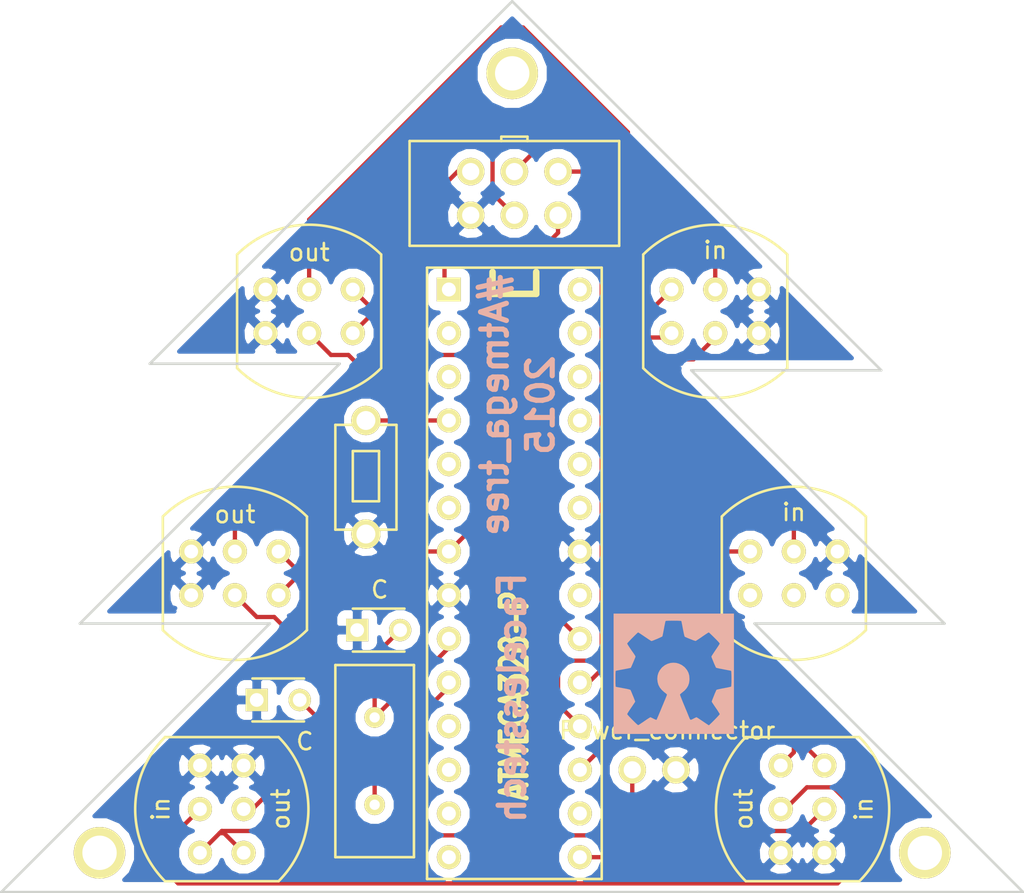
<source format=kicad_pcb>
(kicad_pcb (version 4) (host pcbnew 4.0.0-rc2-stable)

  (general
    (links 46)
    (no_connects 0)
    (area 118.669999 72.695999 178.256001 124.662001)
    (thickness 1.6)
    (drawings 17)
    (tracks 141)
    (zones 0)
    (modules 17)
    (nets 35)
  )

  (page A4)
  (layers
    (0 F.Cu signal)
    (31 B.Cu signal)
    (32 B.Adhes user)
    (33 F.Adhes user)
    (34 B.Paste user)
    (35 F.Paste user)
    (36 B.SilkS user)
    (37 F.SilkS user)
    (38 B.Mask user)
    (39 F.Mask user)
    (40 Dwgs.User user)
    (41 Cmts.User user)
    (42 Eco1.User user)
    (43 Eco2.User user)
    (44 Edge.Cuts user)
    (45 Margin user)
    (46 B.CrtYd user)
    (47 F.CrtYd user)
    (48 B.Fab user)
    (49 F.Fab user)
  )

  (setup
    (last_trace_width 0.25)
    (trace_clearance 0.2)
    (zone_clearance 0.508)
    (zone_45_only no)
    (trace_min 0.2)
    (segment_width 0.2)
    (edge_width 0.15)
    (via_size 0.6)
    (via_drill 0.4)
    (via_min_size 0.4)
    (via_min_drill 0.3)
    (uvia_size 0.3)
    (uvia_drill 0.1)
    (uvias_allowed no)
    (uvia_min_size 0.2)
    (uvia_min_drill 0.1)
    (pcb_text_width 0.3)
    (pcb_text_size 1.5 1.5)
    (mod_edge_width 0.15)
    (mod_text_size 1 1)
    (mod_text_width 0.15)
    (pad_size 1.524 1.524)
    (pad_drill 0.762)
    (pad_to_mask_clearance 0.2)
    (aux_axis_origin 0 0)
    (visible_elements FFFFFF7F)
    (pcbplotparams
      (layerselection 0x010f0_80000001)
      (usegerberextensions true)
      (excludeedgelayer true)
      (linewidth 0.100000)
      (plotframeref false)
      (viasonmask false)
      (mode 1)
      (useauxorigin false)
      (hpglpennumber 1)
      (hpglpenspeed 20)
      (hpglpendiameter 15)
      (hpglpenoverlay 2)
      (psnegative false)
      (psa4output false)
      (plotreference true)
      (plotvalue true)
      (plotinvisibletext false)
      (padsonsilk false)
      (subtractmaskfromsilk false)
      (outputformat 1)
      (mirror false)
      (drillshape 0)
      (scaleselection 1)
      (outputdirectory gerber_small/))
  )

  (net 0 "")
  (net 1 GND)
  (net 2 "Net-(C1-Pad2)")
  (net 3 "Net-(C2-Pad2)")
  (net 4 VCC)
  (net 5 "Net-(CON1-Pad4)")
  (net 6 "Net-(CON1-Pad3)")
  (net 7 "Net-(CON1-Pad1)")
  (net 8 "Net-(CON1-Pad5)")
  (net 9 "Net-(IC1-Pad2)")
  (net 10 "Net-(IC1-Pad3)")
  (net 11 "Net-(IC1-Pad4)")
  (net 12 "Net-(IC1-Pad5)")
  (net 13 "Net-(IC1-Pad6)")
  (net 14 "Net-(IC1-Pad11)")
  (net 15 "Net-(IC1-Pad12)")
  (net 16 "Net-(IC1-Pad13)")
  (net 17 "Net-(IC1-Pad14)")
  (net 18 "Net-(IC1-Pad15)")
  (net 19 "Net-(IC1-Pad16)")
  (net 20 "Net-(IC1-Pad21)")
  (net 21 "Net-(IC1-Pad23)")
  (net 22 "Net-(IC1-Pad24)")
  (net 23 "Net-(IC1-Pad25)")
  (net 24 "Net-(IC1-Pad26)")
  (net 25 "Net-(IC1-Pad27)")
  (net 26 "Net-(IC1-Pad28)")
  (net 27 "Net-(U2-Pad5)")
  (net 28 "Net-(U3-Pad5)")
  (net 29 "Net-(U4-Pad5)")
  (net 30 "Net-(U5-Pad5)")
  (net 31 "Net-(U7-Pad5)")
  (net 32 "Net-(U8-Pad4)")
  (net 33 "Net-(U8-Pad5)")
  (net 34 "Net-(U8-Pad6)")

  (net_class Default "This is the default net class."
    (clearance 0.2)
    (trace_width 0.25)
    (via_dia 0.6)
    (via_drill 0.4)
    (uvia_dia 0.3)
    (uvia_drill 0.1)
    (add_net GND)
    (add_net "Net-(C1-Pad2)")
    (add_net "Net-(C2-Pad2)")
    (add_net "Net-(CON1-Pad1)")
    (add_net "Net-(CON1-Pad3)")
    (add_net "Net-(CON1-Pad4)")
    (add_net "Net-(CON1-Pad5)")
    (add_net "Net-(IC1-Pad11)")
    (add_net "Net-(IC1-Pad12)")
    (add_net "Net-(IC1-Pad13)")
    (add_net "Net-(IC1-Pad14)")
    (add_net "Net-(IC1-Pad15)")
    (add_net "Net-(IC1-Pad16)")
    (add_net "Net-(IC1-Pad2)")
    (add_net "Net-(IC1-Pad21)")
    (add_net "Net-(IC1-Pad23)")
    (add_net "Net-(IC1-Pad24)")
    (add_net "Net-(IC1-Pad25)")
    (add_net "Net-(IC1-Pad26)")
    (add_net "Net-(IC1-Pad27)")
    (add_net "Net-(IC1-Pad28)")
    (add_net "Net-(IC1-Pad3)")
    (add_net "Net-(IC1-Pad4)")
    (add_net "Net-(IC1-Pad5)")
    (add_net "Net-(IC1-Pad6)")
    (add_net "Net-(U2-Pad5)")
    (add_net "Net-(U3-Pad5)")
    (add_net "Net-(U4-Pad5)")
    (add_net "Net-(U5-Pad5)")
    (add_net "Net-(U7-Pad5)")
    (add_net "Net-(U8-Pad4)")
    (add_net "Net-(U8-Pad5)")
    (add_net "Net-(U8-Pad6)")
    (add_net VCC)
  )

  (module ws2812_custom:ws2812_custom (layer F.Cu) (tedit 562E9B2C) (tstamp 5627BC7C)
    (at 165.354 119.761 180)
    (path /5627BB29)
    (fp_text reference U2 (at 0 5.842 180) (layer F.SilkS) hide
      (effects (font (size 1 1) (thickness 0.15)))
    )
    (fp_text value ws2812 (at 0.0254 -5.0038 180) (layer F.SilkS) hide
      (effects (font (size 1 1) (thickness 0.15)))
    )
    (fp_text user out (at 3.429 0 270) (layer F.SilkS)
      (effects (font (size 1 1) (thickness 0.15)))
    )
    (fp_text user in (at -3.556 0 270) (layer F.SilkS)
      (effects (font (size 1 1) (thickness 0.15)))
    )
    (fp_line (start -3.302 4.191) (end 3.302 4.191) (layer F.SilkS) (width 0.15))
    (fp_line (start -3.302 -4.191) (end 3.302 -4.191) (layer F.SilkS) (width 0.15))
    (fp_arc (start 0.889 0) (end -3.302 4.191) (angle 90) (layer F.SilkS) (width 0.15))
    (fp_arc (start -0.889 0) (end 3.302 -4.191) (angle 90) (layer F.SilkS) (width 0.15))
    (pad 1 thru_hole circle (at -1.27 -2.54 180) (size 1.4 1.4) (drill 0.8) (layers *.Cu *.Mask F.SilkS)
      (net 1 GND))
    (pad 2 thru_hole circle (at -1.27 0 180) (size 1.4 1.4) (drill 0.8) (layers *.Cu *.Mask F.SilkS)
      (net 18 "Net-(IC1-Pad15)"))
    (pad 3 thru_hole circle (at -1.27 2.54 180) (size 1.4 1.4) (drill 0.8) (layers *.Cu *.Mask F.SilkS)
      (net 4 VCC))
    (pad 4 thru_hole circle (at 1.27 -2.54 180) (size 1.4 1.4) (drill 0.8) (layers *.Cu *.Mask F.SilkS)
      (net 1 GND))
    (pad 5 thru_hole circle (at 1.27 0 180) (size 1.4 1.4) (drill 0.8) (layers *.Cu *.Mask F.SilkS)
      (net 27 "Net-(U2-Pad5)"))
    (pad 6 thru_hole circle (at 1.27 2.54 180) (size 1.4 1.4) (drill 0.8) (layers *.Cu *.Mask F.SilkS)
      (net 4 VCC))
  )

  (module Capacitors_ThroughHole:C_Disc_D3_P2.5 (layer F.Cu) (tedit 562BAC28) (tstamp 562782BC)
    (at 139.446 109.347)
    (descr "Capacitor 3mm Disc, Pitch 2.5mm")
    (tags Capacitor)
    (path /561E7BB3)
    (fp_text reference C1 (at 1.25 -2.5) (layer F.SilkS) hide
      (effects (font (size 1 1) (thickness 0.15)))
    )
    (fp_text value C (at 1.3081 -2.3495) (layer F.SilkS)
      (effects (font (size 1 1) (thickness 0.15)))
    )
    (fp_line (start -0.9 -1.5) (end 3.4 -1.5) (layer F.CrtYd) (width 0.05))
    (fp_line (start 3.4 -1.5) (end 3.4 1.5) (layer F.CrtYd) (width 0.05))
    (fp_line (start 3.4 1.5) (end -0.9 1.5) (layer F.CrtYd) (width 0.05))
    (fp_line (start -0.9 1.5) (end -0.9 -1.5) (layer F.CrtYd) (width 0.05))
    (fp_line (start -0.25 -1.25) (end 2.75 -1.25) (layer F.SilkS) (width 0.15))
    (fp_line (start 2.75 1.25) (end -0.25 1.25) (layer F.SilkS) (width 0.15))
    (pad 1 thru_hole rect (at 0 0) (size 1.3 1.3) (drill 0.8) (layers *.Cu *.Mask F.SilkS)
      (net 1 GND))
    (pad 2 thru_hole circle (at 2.5 0) (size 1.3 1.3) (drill 0.8001) (layers *.Cu *.Mask F.SilkS)
      (net 2 "Net-(C1-Pad2)"))
    (model Capacitors_ThroughHole.3dshapes/C_Disc_D3_P2.5.wrl
      (at (xyz 0.0492126 0 0))
      (scale (xyz 1 1 1))
      (rotate (xyz 0 0 0))
    )
  )

  (module Capacitors_ThroughHole:C_Disc_D3_P2.5 (layer F.Cu) (tedit 562E9A55) (tstamp 562782C2)
    (at 133.604 113.411)
    (descr "Capacitor 3mm Disc, Pitch 2.5mm")
    (tags Capacitor)
    (path /561E7BF9)
    (fp_text reference C2 (at 1.25 -2.5) (layer F.SilkS) hide
      (effects (font (size 1 1) (thickness 0.15)))
    )
    (fp_text value C (at 2.794 2.413) (layer F.SilkS)
      (effects (font (size 1 1) (thickness 0.15)))
    )
    (fp_line (start -0.9 -1.5) (end 3.4 -1.5) (layer F.CrtYd) (width 0.05))
    (fp_line (start 3.4 -1.5) (end 3.4 1.5) (layer F.CrtYd) (width 0.05))
    (fp_line (start 3.4 1.5) (end -0.9 1.5) (layer F.CrtYd) (width 0.05))
    (fp_line (start -0.9 1.5) (end -0.9 -1.5) (layer F.CrtYd) (width 0.05))
    (fp_line (start -0.25 -1.25) (end 2.75 -1.25) (layer F.SilkS) (width 0.15))
    (fp_line (start 2.75 1.25) (end -0.25 1.25) (layer F.SilkS) (width 0.15))
    (pad 1 thru_hole rect (at 0 0) (size 1.3 1.3) (drill 0.8) (layers *.Cu *.Mask F.SilkS)
      (net 1 GND))
    (pad 2 thru_hole circle (at 2.5 0) (size 1.3 1.3) (drill 0.8001) (layers *.Cu *.Mask F.SilkS)
      (net 3 "Net-(C2-Pad2)"))
    (model Capacitors_ThroughHole.3dshapes/C_Disc_D3_P2.5.wrl
      (at (xyz 0.0492126 0 0))
      (scale (xyz 1 1 1))
      (rotate (xyz 0 0 0))
    )
  )

  (module power_connector_custom:Power_connector (layer F.Cu) (tedit 562E9B26) (tstamp 562782D2)
    (at 156.718 117.475 180)
    (path /56277FA8)
    (fp_text reference U1 (at 0 2.032 180) (layer F.SilkS) hide
      (effects (font (size 1 1) (thickness 0.15)))
    )
    (fp_text value Power_connector (at -0.762 2.286 180) (layer F.SilkS)
      (effects (font (size 1 1) (thickness 0.15)))
    )
    (pad 1 thru_hole circle (at -1.27 0 180) (size 1.6 1.6) (drill 1) (layers *.Cu *.Mask F.SilkS)
      (net 1 GND))
    (pad 2 thru_hole circle (at 1.27 0 180) (size 1.6 1.6) (drill 1) (layers *.Cu *.Mask F.SilkS)
      (net 4 VCC))
  )

  (module crystal_custom:Crystal_custom (layer F.Cu) (tedit 562E9B19) (tstamp 562782D8)
    (at 140.462 116.967 90)
    (path /561E7B2D)
    (fp_text reference Y1 (at 0 -3.81 90) (layer F.SilkS) hide
      (effects (font (size 1 1) (thickness 0.15)))
    )
    (fp_text value Crystal (at 0 3.81 90) (layer F.SilkS) hide
      (effects (font (size 1 1) (thickness 0.15)))
    )
    (fp_line (start -5.588 -2.286) (end 5.588 -2.286) (layer F.SilkS) (width 0.15))
    (fp_line (start 5.588 -2.286) (end 5.588 2.286) (layer F.SilkS) (width 0.15))
    (fp_line (start 5.588 2.286) (end -5.588 2.286) (layer F.SilkS) (width 0.15))
    (fp_line (start -5.588 2.286) (end -5.588 -2.286) (layer F.SilkS) (width 0.15))
    (pad 1 thru_hole circle (at -2.54 0 90) (size 1.2 1.2) (drill 0.6) (layers *.Cu *.Mask F.SilkS)
      (net 3 "Net-(C2-Pad2)"))
    (pad 2 thru_hole circle (at 2.54 0 90) (size 1.2 1.2) (drill 0.6) (layers *.Cu *.Mask F.SilkS)
      (net 2 "Net-(C1-Pad2)"))
  )

  (module atmega328_socket:atmega328_socket (layer F.Cu) (tedit 562BAC3B) (tstamp 562783AE)
    (at 148.59 106.045 270)
    (descr "28 pins DIL package, round pads, width 300mil")
    (tags DIL)
    (path /561E7AB8)
    (fp_text reference IC1 (at -11.43 0 270) (layer F.SilkS) hide
      (effects (font (size 1.524 1.143) (thickness 0.28575)))
    )
    (fp_text value ATMEGA328-P (at 7.112 0 270) (layer F.SilkS)
      (effects (font (size 1.524 1.143) (thickness 0.28575)))
    )
    (fp_line (start -17.78 -5.08) (end 17.78 -5.08) (layer F.SilkS) (width 0.15))
    (fp_line (start 17.78 -5.08) (end 17.78 5.08) (layer F.SilkS) (width 0.15))
    (fp_line (start 17.78 5.08) (end -17.78 5.08) (layer F.SilkS) (width 0.15))
    (fp_line (start -17.78 5.08) (end -17.78 -5.08) (layer F.SilkS) (width 0.15))
    (fp_line (start -17.526 -1.27) (end -16.256 -1.27) (layer F.SilkS) (width 0.381))
    (fp_line (start -16.256 -1.27) (end -16.256 1.27) (layer F.SilkS) (width 0.381))
    (fp_line (start -16.256 1.27) (end -17.526 1.27) (layer F.SilkS) (width 0.381))
    (pad 2 thru_hole circle (at -13.97 3.81 270) (size 1.397 1.397) (drill 0.8128) (layers *.Cu *.Mask F.SilkS)
      (net 9 "Net-(IC1-Pad2)"))
    (pad 3 thru_hole circle (at -11.43 3.81 270) (size 1.397 1.397) (drill 0.8128) (layers *.Cu *.Mask F.SilkS)
      (net 10 "Net-(IC1-Pad3)"))
    (pad 4 thru_hole circle (at -8.89 3.81 270) (size 1.397 1.397) (drill 0.8128) (layers *.Cu *.Mask F.SilkS)
      (net 11 "Net-(IC1-Pad4)"))
    (pad 5 thru_hole circle (at -6.35 3.81 270) (size 1.397 1.397) (drill 0.8128) (layers *.Cu *.Mask F.SilkS)
      (net 12 "Net-(IC1-Pad5)"))
    (pad 6 thru_hole circle (at -3.81 3.81 270) (size 1.397 1.397) (drill 0.8128) (layers *.Cu *.Mask F.SilkS)
      (net 13 "Net-(IC1-Pad6)"))
    (pad 7 thru_hole circle (at -1.27 3.81 270) (size 1.397 1.397) (drill 0.8128) (layers *.Cu *.Mask F.SilkS)
      (net 4 VCC))
    (pad 8 thru_hole circle (at 1.27 3.81 270) (size 1.397 1.397) (drill 0.8128) (layers *.Cu *.Mask F.SilkS)
      (net 1 GND))
    (pad 9 thru_hole circle (at 3.81 3.81 270) (size 1.397 1.397) (drill 0.8128) (layers *.Cu *.Mask F.SilkS)
      (net 2 "Net-(C1-Pad2)"))
    (pad 10 thru_hole circle (at 6.35 3.81 270) (size 1.397 1.397) (drill 0.8128) (layers *.Cu *.Mask F.SilkS)
      (net 3 "Net-(C2-Pad2)"))
    (pad 11 thru_hole circle (at 8.89 3.81 270) (size 1.397 1.397) (drill 0.8128) (layers *.Cu *.Mask F.SilkS)
      (net 14 "Net-(IC1-Pad11)"))
    (pad 12 thru_hole circle (at 11.43 3.81 270) (size 1.397 1.397) (drill 0.8128) (layers *.Cu *.Mask F.SilkS)
      (net 15 "Net-(IC1-Pad12)"))
    (pad 13 thru_hole circle (at 13.97 3.81 270) (size 1.397 1.397) (drill 0.8128) (layers *.Cu *.Mask F.SilkS)
      (net 16 "Net-(IC1-Pad13)"))
    (pad 14 thru_hole circle (at 16.51 3.81 270) (size 1.397 1.397) (drill 0.8128) (layers *.Cu *.Mask F.SilkS)
      (net 17 "Net-(IC1-Pad14)"))
    (pad 1 thru_hole rect (at -16.51 3.81 270) (size 1.397 1.397) (drill 0.8128) (layers *.Cu *.Mask F.SilkS)
      (net 8 "Net-(CON1-Pad5)"))
    (pad 15 thru_hole circle (at 16.51 -3.81 270) (size 1.397 1.397) (drill 0.8128) (layers *.Cu *.Mask F.SilkS)
      (net 18 "Net-(IC1-Pad15)"))
    (pad 16 thru_hole circle (at 13.97 -3.81 270) (size 1.397 1.397) (drill 0.8128) (layers *.Cu *.Mask F.SilkS)
      (net 19 "Net-(IC1-Pad16)"))
    (pad 17 thru_hole circle (at 11.43 -3.81 270) (size 1.397 1.397) (drill 0.8128) (layers *.Cu *.Mask F.SilkS)
      (net 5 "Net-(CON1-Pad4)"))
    (pad 18 thru_hole circle (at 8.89 -3.81 270) (size 1.397 1.397) (drill 0.8128) (layers *.Cu *.Mask F.SilkS)
      (net 7 "Net-(CON1-Pad1)"))
    (pad 19 thru_hole circle (at 6.35 -3.81 270) (size 1.397 1.397) (drill 0.8128) (layers *.Cu *.Mask F.SilkS)
      (net 6 "Net-(CON1-Pad3)"))
    (pad 20 thru_hole circle (at 3.81 -3.81 270) (size 1.397 1.397) (drill 0.8128) (layers *.Cu *.Mask F.SilkS)
      (net 4 VCC))
    (pad 21 thru_hole circle (at 1.27 -3.81 270) (size 1.397 1.397) (drill 0.8128) (layers *.Cu *.Mask F.SilkS)
      (net 20 "Net-(IC1-Pad21)"))
    (pad 22 thru_hole circle (at -1.27 -3.81 270) (size 1.397 1.397) (drill 0.8128) (layers *.Cu *.Mask F.SilkS)
      (net 1 GND))
    (pad 23 thru_hole circle (at -3.81 -3.81 270) (size 1.397 1.397) (drill 0.8128) (layers *.Cu *.Mask F.SilkS)
      (net 21 "Net-(IC1-Pad23)"))
    (pad 24 thru_hole circle (at -6.35 -3.81 270) (size 1.397 1.397) (drill 0.8128) (layers *.Cu *.Mask F.SilkS)
      (net 22 "Net-(IC1-Pad24)"))
    (pad 25 thru_hole circle (at -8.89 -3.81 270) (size 1.397 1.397) (drill 0.8128) (layers *.Cu *.Mask F.SilkS)
      (net 23 "Net-(IC1-Pad25)"))
    (pad 26 thru_hole circle (at -11.43 -3.81 270) (size 1.397 1.397) (drill 0.8128) (layers *.Cu *.Mask F.SilkS)
      (net 24 "Net-(IC1-Pad26)"))
    (pad 27 thru_hole circle (at -13.97 -3.81 270) (size 1.397 1.397) (drill 0.8128) (layers *.Cu *.Mask F.SilkS)
      (net 25 "Net-(IC1-Pad27)"))
    (pad 28 thru_hole circle (at -16.51 -3.81 270) (size 1.397 1.397) (drill 0.8128) (layers *.Cu *.Mask F.SilkS)
      (net 26 "Net-(IC1-Pad28)"))
    (model dil/dil_28-w300.wrl
      (at (xyz 0 0 0))
      (scale (xyz 1 1 1))
      (rotate (xyz 0 0 0))
    )
  )

  (module ws2812_custom:ws2812_custom (layer F.Cu) (tedit 562E9A02) (tstamp 5627BB85)
    (at 131.572 119.761)
    (path /562782AA)
    (fp_text reference U3 (at 0 5.842) (layer F.SilkS) hide
      (effects (font (size 1 1) (thickness 0.15)))
    )
    (fp_text value ws2812 (at 0 -4.953) (layer F.SilkS) hide
      (effects (font (size 1 1) (thickness 0.15)))
    )
    (fp_text user out (at 3.429 0 90) (layer F.SilkS)
      (effects (font (size 1 1) (thickness 0.15)))
    )
    (fp_text user in (at -3.556 0 90) (layer F.SilkS)
      (effects (font (size 1 1) (thickness 0.15)))
    )
    (fp_line (start -3.302 4.191) (end 3.302 4.191) (layer F.SilkS) (width 0.15))
    (fp_line (start -3.302 -4.191) (end 3.302 -4.191) (layer F.SilkS) (width 0.15))
    (fp_arc (start 0.889 0) (end -3.302 4.191) (angle 90) (layer F.SilkS) (width 0.15))
    (fp_arc (start -0.889 0) (end 3.302 -4.191) (angle 90) (layer F.SilkS) (width 0.15))
    (pad 1 thru_hole circle (at -1.27 -2.54) (size 1.4 1.4) (drill 0.8) (layers *.Cu *.Mask F.SilkS)
      (net 1 GND))
    (pad 2 thru_hole circle (at -1.27 0) (size 1.4 1.4) (drill 0.8) (layers *.Cu *.Mask F.SilkS)
      (net 27 "Net-(U2-Pad5)"))
    (pad 3 thru_hole circle (at -1.27 2.54) (size 1.4 1.4) (drill 0.8) (layers *.Cu *.Mask F.SilkS)
      (net 4 VCC))
    (pad 4 thru_hole circle (at 1.27 -2.54) (size 1.4 1.4) (drill 0.8) (layers *.Cu *.Mask F.SilkS)
      (net 1 GND))
    (pad 5 thru_hole circle (at 1.27 0) (size 1.4 1.4) (drill 0.8) (layers *.Cu *.Mask F.SilkS)
      (net 28 "Net-(U3-Pad5)"))
    (pad 6 thru_hole circle (at 1.27 2.54) (size 1.4 1.4) (drill 0.8) (layers *.Cu *.Mask F.SilkS)
      (net 4 VCC))
  )

  (module ws2812_custom:ws2812_custom (layer F.Cu) (tedit 562E99FB) (tstamp 5627BB95)
    (at 132.334 106.045 90)
    (path /56278397)
    (fp_text reference U4 (at 0 5.842 90) (layer F.SilkS) hide
      (effects (font (size 1 1) (thickness 0.15)))
    )
    (fp_text value ws2812 (at 0 -4.953 90) (layer F.SilkS) hide
      (effects (font (size 1 1) (thickness 0.15)))
    )
    (fp_text user out (at 3.429 0 180) (layer F.SilkS)
      (effects (font (size 1 1) (thickness 0.15)))
    )
    (fp_text user in (at -3.556 0 180) (layer F.SilkS) hide
      (effects (font (size 1 1) (thickness 0.15)))
    )
    (fp_line (start -3.302 4.191) (end 3.302 4.191) (layer F.SilkS) (width 0.15))
    (fp_line (start -3.302 -4.191) (end 3.302 -4.191) (layer F.SilkS) (width 0.15))
    (fp_arc (start 0.889 0) (end -3.302 4.191) (angle 90) (layer F.SilkS) (width 0.15))
    (fp_arc (start -0.889 0) (end 3.302 -4.191) (angle 90) (layer F.SilkS) (width 0.15))
    (pad 1 thru_hole circle (at -1.27 -2.54 90) (size 1.4 1.4) (drill 0.8) (layers *.Cu *.Mask F.SilkS)
      (net 1 GND))
    (pad 2 thru_hole circle (at -1.27 0 90) (size 1.4 1.4) (drill 0.8) (layers *.Cu *.Mask F.SilkS)
      (net 28 "Net-(U3-Pad5)"))
    (pad 3 thru_hole circle (at -1.27 2.54 90) (size 1.4 1.4) (drill 0.8) (layers *.Cu *.Mask F.SilkS)
      (net 4 VCC))
    (pad 4 thru_hole circle (at 1.27 -2.54 90) (size 1.4 1.4) (drill 0.8) (layers *.Cu *.Mask F.SilkS)
      (net 1 GND))
    (pad 5 thru_hole circle (at 1.27 0 90) (size 1.4 1.4) (drill 0.8) (layers *.Cu *.Mask F.SilkS)
      (net 29 "Net-(U4-Pad5)"))
    (pad 6 thru_hole circle (at 1.27 2.54 90) (size 1.4 1.4) (drill 0.8) (layers *.Cu *.Mask F.SilkS)
      (net 4 VCC))
  )

  (module ws2812_custom:ws2812_custom (layer F.Cu) (tedit 562E9B61) (tstamp 5627BBA5)
    (at 136.652 90.805 90)
    (path /5627849D)
    (fp_text reference U5 (at 0 5.842 90) (layer F.SilkS) hide
      (effects (font (size 1 1) (thickness 0.15)))
    )
    (fp_text value ws2812 (at 0 -4.953 90) (layer F.SilkS) hide
      (effects (font (size 1 1) (thickness 0.15)))
    )
    (fp_text user out (at 3.429 0 180) (layer F.SilkS)
      (effects (font (size 1 1) (thickness 0.15)))
    )
    (fp_text user in (at -3.556 0 180) (layer F.SilkS) hide
      (effects (font (size 1 1) (thickness 0.15)))
    )
    (fp_line (start -3.302 4.191) (end 3.302 4.191) (layer F.SilkS) (width 0.15))
    (fp_line (start -3.302 -4.191) (end 3.302 -4.191) (layer F.SilkS) (width 0.15))
    (fp_arc (start 0.889 0) (end -3.302 4.191) (angle 90) (layer F.SilkS) (width 0.15))
    (fp_arc (start -0.889 0) (end 3.302 -4.191) (angle 90) (layer F.SilkS) (width 0.15))
    (pad 1 thru_hole circle (at -1.27 -2.54 90) (size 1.4 1.4) (drill 0.8) (layers *.Cu *.Mask F.SilkS)
      (net 1 GND))
    (pad 2 thru_hole circle (at -1.27 0 90) (size 1.4 1.4) (drill 0.8) (layers *.Cu *.Mask F.SilkS)
      (net 29 "Net-(U4-Pad5)"))
    (pad 3 thru_hole circle (at -1.27 2.54 90) (size 1.4 1.4) (drill 0.8) (layers *.Cu *.Mask F.SilkS)
      (net 4 VCC))
    (pad 4 thru_hole circle (at 1.27 -2.54 90) (size 1.4 1.4) (drill 0.8) (layers *.Cu *.Mask F.SilkS)
      (net 1 GND))
    (pad 5 thru_hole circle (at 1.27 0 90) (size 1.4 1.4) (drill 0.8) (layers *.Cu *.Mask F.SilkS)
      (net 30 "Net-(U5-Pad5)"))
    (pad 6 thru_hole circle (at 1.27 2.54 90) (size 1.4 1.4) (drill 0.8) (layers *.Cu *.Mask F.SilkS)
      (net 4 VCC))
  )

  (module ws2812_custom:ws2812_custom (layer F.Cu) (tedit 562E9B4F) (tstamp 5627BBC5)
    (at 160.274 90.805 270)
    (path /562784FB)
    (fp_text reference U7 (at 0 5.842 270) (layer F.SilkS) hide
      (effects (font (size 1 1) (thickness 0.15)))
    )
    (fp_text value ws2812 (at 0 -4.953 270) (layer F.SilkS) hide
      (effects (font (size 1 1) (thickness 0.15)))
    )
    (fp_text user out (at 3.429 0 360) (layer F.SilkS) hide
      (effects (font (size 1 1) (thickness 0.15)))
    )
    (fp_text user in (at -3.556 0 360) (layer F.SilkS)
      (effects (font (size 1 1) (thickness 0.15)))
    )
    (fp_line (start -3.302 4.191) (end 3.302 4.191) (layer F.SilkS) (width 0.15))
    (fp_line (start -3.302 -4.191) (end 3.302 -4.191) (layer F.SilkS) (width 0.15))
    (fp_arc (start 0.889 0) (end -3.302 4.191) (angle 90) (layer F.SilkS) (width 0.15))
    (fp_arc (start -0.889 0) (end 3.302 -4.191) (angle 90) (layer F.SilkS) (width 0.15))
    (pad 1 thru_hole circle (at -1.27 -2.54 270) (size 1.4 1.4) (drill 0.8) (layers *.Cu *.Mask F.SilkS)
      (net 1 GND))
    (pad 2 thru_hole circle (at -1.27 0 270) (size 1.4 1.4) (drill 0.8) (layers *.Cu *.Mask F.SilkS)
      (net 30 "Net-(U5-Pad5)"))
    (pad 3 thru_hole circle (at -1.27 2.54 270) (size 1.4 1.4) (drill 0.8) (layers *.Cu *.Mask F.SilkS)
      (net 4 VCC))
    (pad 4 thru_hole circle (at 1.27 -2.54 270) (size 1.4 1.4) (drill 0.8) (layers *.Cu *.Mask F.SilkS)
      (net 1 GND))
    (pad 5 thru_hole circle (at 1.27 0 270) (size 1.4 1.4) (drill 0.8) (layers *.Cu *.Mask F.SilkS)
      (net 31 "Net-(U7-Pad5)"))
    (pad 6 thru_hole circle (at 1.27 2.54 270) (size 1.4 1.4) (drill 0.8) (layers *.Cu *.Mask F.SilkS)
      (net 4 VCC))
  )

  (module ws2812_custom:ws2812_custom (layer F.Cu) (tedit 562E9B40) (tstamp 5627BBD5)
    (at 164.846 106.045 270)
    (path /56278661)
    (fp_text reference U8 (at 0 5.842 270) (layer F.SilkS) hide
      (effects (font (size 1 1) (thickness 0.15)))
    )
    (fp_text value ws2812 (at 0 -4.953 270) (layer F.SilkS) hide
      (effects (font (size 1 1) (thickness 0.15)))
    )
    (fp_text user out (at 3.429 0 360) (layer F.SilkS) hide
      (effects (font (size 1 1) (thickness 0.15)))
    )
    (fp_text user in (at -3.556 0 360) (layer F.SilkS)
      (effects (font (size 1 1) (thickness 0.15)))
    )
    (fp_line (start -3.302 4.191) (end 3.302 4.191) (layer F.SilkS) (width 0.15))
    (fp_line (start -3.302 -4.191) (end 3.302 -4.191) (layer F.SilkS) (width 0.15))
    (fp_arc (start 0.889 0) (end -3.302 4.191) (angle 90) (layer F.SilkS) (width 0.15))
    (fp_arc (start -0.889 0) (end 3.302 -4.191) (angle 90) (layer F.SilkS) (width 0.15))
    (pad 1 thru_hole circle (at -1.27 -2.54 270) (size 1.4 1.4) (drill 0.8) (layers *.Cu *.Mask F.SilkS)
      (net 1 GND))
    (pad 2 thru_hole circle (at -1.27 0 270) (size 1.4 1.4) (drill 0.8) (layers *.Cu *.Mask F.SilkS)
      (net 31 "Net-(U7-Pad5)"))
    (pad 3 thru_hole circle (at -1.27 2.54 270) (size 1.4 1.4) (drill 0.8) (layers *.Cu *.Mask F.SilkS)
      (net 4 VCC))
    (pad 4 thru_hole circle (at 1.27 -2.54 270) (size 1.4 1.4) (drill 0.8) (layers *.Cu *.Mask F.SilkS)
      (net 32 "Net-(U8-Pad4)"))
    (pad 5 thru_hole circle (at 1.27 0 270) (size 1.4 1.4) (drill 0.8) (layers *.Cu *.Mask F.SilkS)
      (net 33 "Net-(U8-Pad5)"))
    (pad 6 thru_hole circle (at 1.27 2.54 270) (size 1.4 1.4) (drill 0.8) (layers *.Cu *.Mask F.SilkS)
      (net 34 "Net-(U8-Pad6)"))
  )

  (module OSH_final_silks_back:OSH_final_silks_back (layer F.Cu) (tedit 0) (tstamp 562B8F5C)
    (at 157.861 111.887)
    (fp_text reference VAL (at 0 0) (layer F.SilkS) hide
      (effects (font (size 1.143 1.143) (thickness 0.1778)))
    )
    (fp_text value OSH_final_silks_back (at 0 0) (layer F.SilkS) hide
      (effects (font (size 1.143 1.143) (thickness 0.1778)))
    )
    (fp_poly (pts (xy -3.50012 3.50012) (xy -3.3909 3.50012) (xy -3.3909 0.4318) (xy -3.3909 0.29464)
      (xy -3.3909 0.14986) (xy -3.3909 0.0381) (xy -3.38836 -0.04572) (xy -3.38582 -0.10414)
      (xy -3.38074 -0.14224) (xy -3.37566 -0.1651) (xy -3.36804 -0.17272) (xy -3.34264 -0.1778)
      (xy -3.2893 -0.1905) (xy -3.21056 -0.20574) (xy -3.1115 -0.22606) (xy -2.99974 -0.24638)
      (xy -2.92608 -0.25908) (xy -2.80924 -0.28194) (xy -2.70256 -0.30226) (xy -2.61366 -0.32004)
      (xy -2.54762 -0.33528) (xy -2.50952 -0.3429) (xy -2.49936 -0.34798) (xy -2.4892 -0.3683)
      (xy -2.46634 -0.41656) (xy -2.43586 -0.48514) (xy -2.4003 -0.56642) (xy -2.3622 -0.65532)
      (xy -2.3241 -0.74676) (xy -2.28854 -0.83312) (xy -2.25806 -0.90678) (xy -2.23774 -0.96266)
      (xy -2.22504 -0.99568) (xy -2.22504 -0.99822) (xy -2.2352 -1.02362) (xy -2.2606 -1.07188)
      (xy -2.30124 -1.13284) (xy -2.33934 -1.19126) (xy -2.4511 -1.34874) (xy -2.54 -1.48082)
      (xy -2.60858 -1.58496) (xy -2.65938 -1.6637) (xy -2.6924 -1.71958) (xy -2.70764 -1.7526)
      (xy -2.71018 -1.75768) (xy -2.69748 -1.778) (xy -2.66446 -1.81864) (xy -2.61366 -1.87452)
      (xy -2.54762 -1.9431) (xy -2.4765 -2.0193) (xy -2.39776 -2.09804) (xy -2.31902 -2.17678)
      (xy -2.24536 -2.25044) (xy -2.17932 -2.31394) (xy -2.12598 -2.36474) (xy -2.08788 -2.39522)
      (xy -2.07264 -2.40538) (xy -2.05232 -2.39522) (xy -2.0066 -2.36728) (xy -1.94056 -2.32664)
      (xy -1.85928 -2.27076) (xy -1.76276 -2.20726) (xy -1.68656 -2.15392) (xy -1.58242 -2.08534)
      (xy -1.49098 -2.02184) (xy -1.41224 -1.97104) (xy -1.35128 -1.93294) (xy -1.31064 -1.91008)
      (xy -1.29794 -1.90246) (xy -1.27254 -1.91008) (xy -1.2192 -1.92786) (xy -1.14808 -1.9558)
      (xy -1.06426 -1.99136) (xy -0.97282 -2.02692) (xy -0.88392 -2.06756) (xy -0.80264 -2.10312)
      (xy -0.73406 -2.13614) (xy -0.6858 -2.159) (xy -0.66294 -2.17424) (xy -0.66294 -2.17424)
      (xy -0.65532 -2.19964) (xy -0.64262 -2.25298) (xy -0.62738 -2.33172) (xy -0.60706 -2.43078)
      (xy -0.58674 -2.54254) (xy -0.57404 -2.6035) (xy -0.55372 -2.72034) (xy -0.53086 -2.82956)
      (xy -0.51308 -2.921) (xy -0.49784 -2.99212) (xy -0.48768 -3.03784) (xy -0.48514 -3.048)
      (xy -0.47752 -3.0607) (xy -0.4699 -3.06832) (xy -0.45212 -3.07594) (xy -0.42418 -3.08102)
      (xy -0.381 -3.08356) (xy -0.3175 -3.0861) (xy -0.2286 -3.0861) (xy -0.11176 -3.08864)
      (xy -0.02032 -3.08864) (xy 0.10922 -3.0861) (xy 0.22352 -3.0861) (xy 0.3175 -3.08102)
      (xy 0.38862 -3.07848) (xy 0.42926 -3.0734) (xy 0.43942 -3.07086) (xy 0.4445 -3.05054)
      (xy 0.4572 -2.9972) (xy 0.47244 -2.921) (xy 0.49276 -2.82194) (xy 0.51308 -2.71018)
      (xy 0.53086 -2.6162) (xy 0.55372 -2.49682) (xy 0.57658 -2.38506) (xy 0.5969 -2.29108)
      (xy 0.61468 -2.21996) (xy 0.62738 -2.17424) (xy 0.635 -2.16154) (xy 0.6604 -2.14376)
      (xy 0.7112 -2.1209) (xy 0.78232 -2.09042) (xy 0.86614 -2.05486) (xy 0.95758 -2.0193)
      (xy 1.04648 -1.98374) (xy 1.1303 -1.95072) (xy 1.20142 -1.92786) (xy 1.25222 -1.91262)
      (xy 1.27508 -1.90754) (xy 1.2954 -1.92024) (xy 1.34366 -1.95072) (xy 1.4097 -1.9939)
      (xy 1.49352 -2.04978) (xy 1.59004 -2.11328) (xy 1.65608 -2.16154) (xy 1.75768 -2.23012)
      (xy 1.84658 -2.29108) (xy 1.92532 -2.34188) (xy 1.98628 -2.37998) (xy 2.02184 -2.4003)
      (xy 2.032 -2.40538) (xy 2.05232 -2.39268) (xy 2.09296 -2.35966) (xy 2.14884 -2.30632)
      (xy 2.21996 -2.23774) (xy 2.30378 -2.15646) (xy 2.36728 -2.09296) (xy 2.47142 -1.98882)
      (xy 2.5527 -1.905) (xy 2.61112 -1.8415) (xy 2.64668 -1.79578) (xy 2.667 -1.7653)
      (xy 2.66954 -1.74752) (xy 2.65684 -1.72466) (xy 2.6289 -1.6764) (xy 2.58318 -1.60528)
      (xy 2.5273 -1.52146) (xy 2.4638 -1.42748) (xy 2.4257 -1.3716) (xy 2.35966 -1.27254)
      (xy 2.2987 -1.1811) (xy 2.2479 -1.10236) (xy 2.21234 -1.04394) (xy 2.19202 -1.00584)
      (xy 2.18948 -0.99568) (xy 2.1971 -0.97028) (xy 2.21488 -0.91948) (xy 2.24282 -0.84836)
      (xy 2.27838 -0.76454) (xy 2.31394 -0.6731) (xy 2.35204 -0.58166) (xy 2.39014 -0.50038)
      (xy 2.42062 -0.42926) (xy 2.44602 -0.37846) (xy 2.45872 -0.35306) (xy 2.45872 -0.35306)
      (xy 2.48158 -0.34544) (xy 2.53238 -0.33274) (xy 2.60858 -0.31496) (xy 2.7051 -0.29464)
      (xy 2.81686 -0.27432) (xy 2.89052 -0.25908) (xy 3.0099 -0.23622) (xy 3.11658 -0.2159)
      (xy 3.20802 -0.19812) (xy 3.27914 -0.18542) (xy 3.32232 -0.17526) (xy 3.33248 -0.17272)
      (xy 3.3401 -0.1524) (xy 3.34772 -0.1016) (xy 3.35026 -0.02794) (xy 3.35534 0.0635)
      (xy 3.35788 0.17018) (xy 3.35788 0.2794) (xy 3.35788 0.39116) (xy 3.35788 0.49784)
      (xy 3.3528 0.59182) (xy 3.34772 0.67056) (xy 3.34264 0.7239) (xy 3.33502 0.7493)
      (xy 3.33502 0.7493) (xy 3.30962 0.75692) (xy 3.25628 0.76962) (xy 3.18008 0.7874)
      (xy 3.08102 0.80772) (xy 2.96926 0.82804) (xy 2.9083 0.84074) (xy 2.794 0.86106)
      (xy 2.68732 0.88392) (xy 2.59842 0.90424) (xy 2.53238 0.91948) (xy 2.49174 0.93218)
      (xy 2.48412 0.93726) (xy 2.47142 0.96012) (xy 2.44856 1.01092) (xy 2.41808 1.08204)
      (xy 2.37998 1.16586) (xy 2.34442 1.25984) (xy 2.30632 1.35382) (xy 2.27076 1.44272)
      (xy 2.24028 1.51892) (xy 2.21996 1.57988) (xy 2.2098 1.61544) (xy 2.20726 1.62052)
      (xy 2.21742 1.64084) (xy 2.24536 1.68656) (xy 2.28854 1.7526) (xy 2.34188 1.83388)
      (xy 2.40538 1.92786) (xy 2.44094 1.97866) (xy 2.50952 2.07772) (xy 2.56794 2.16662)
      (xy 2.6162 2.24536) (xy 2.65176 2.30378) (xy 2.67208 2.33934) (xy 2.67462 2.3495)
      (xy 2.66192 2.36728) (xy 2.6289 2.40792) (xy 2.5781 2.4638) (xy 2.5146 2.53238)
      (xy 2.44094 2.60858) (xy 2.36474 2.68732) (xy 2.286 2.76606) (xy 2.21234 2.83972)
      (xy 2.1463 2.90322) (xy 2.09296 2.95402) (xy 2.0574 2.98704) (xy 2.03962 2.9972)
      (xy 2.02184 2.98704) (xy 1.97866 2.96164) (xy 1.91516 2.91846) (xy 1.83388 2.86512)
      (xy 1.74244 2.80162) (xy 1.68656 2.76352) (xy 1.5875 2.69748) (xy 1.4986 2.63906)
      (xy 1.4224 2.58826) (xy 1.36398 2.5527) (xy 1.32842 2.53238) (xy 1.3208 2.52984)
      (xy 1.2954 2.53746) (xy 1.24714 2.56032) (xy 1.18364 2.5908) (xy 1.14046 2.61366)
      (xy 1.06426 2.65176) (xy 1.01346 2.67462) (xy 0.97536 2.67462) (xy 0.94742 2.65176)
      (xy 0.92202 2.6035) (xy 0.889 2.52222) (xy 0.88392 2.51206) (xy 0.8636 2.4638)
      (xy 0.83312 2.38506) (xy 0.79248 2.286) (xy 0.74422 2.16662) (xy 0.68834 2.03708)
      (xy 0.63246 1.89738) (xy 0.59436 1.80848) (xy 0.53848 1.67386) (xy 0.48768 1.54686)
      (xy 0.4445 1.43764) (xy 0.4064 1.34366) (xy 0.37846 1.27254) (xy 0.36322 1.22682)
      (xy 0.35814 1.21412) (xy 0.37338 1.19126) (xy 0.40894 1.1557) (xy 0.46228 1.11252)
      (xy 0.48514 1.09474) (xy 0.635 0.97028) (xy 0.7493 0.8382) (xy 0.83312 0.6985)
      (xy 0.88646 0.5461) (xy 0.91186 0.37592) (xy 0.9144 0.28448) (xy 0.89916 0.1016)
      (xy 0.8509 -0.06604) (xy 0.76708 -0.22098) (xy 0.65278 -0.36068) (xy 0.6096 -0.40132)
      (xy 0.46482 -0.508) (xy 0.30734 -0.5842) (xy 0.14224 -0.62992) (xy -0.0254 -0.64262)
      (xy -0.19558 -0.62738) (xy -0.35814 -0.57912) (xy -0.51308 -0.50292) (xy -0.65278 -0.3937)
      (xy -0.70104 -0.34798) (xy -0.81534 -0.2032) (xy -0.89408 -0.0508) (xy -0.94234 0.1143)
      (xy -0.95758 0.29464) (xy -0.95758 0.29718) (xy -0.9398 0.47752) (xy -0.89154 0.6477)
      (xy -0.81026 0.80264) (xy -0.69342 0.94488) (xy -0.5461 1.07696) (xy -0.50546 1.10744)
      (xy -0.45212 1.14808) (xy -0.41402 1.18364) (xy -0.39624 1.20904) (xy -0.3937 1.21158)
      (xy -0.40132 1.23698) (xy -0.4191 1.28778) (xy -0.44704 1.35636) (xy -0.48006 1.43764)
      (xy -0.4826 1.4478) (xy -0.51308 1.52146) (xy -0.55626 1.62052) (xy -0.60452 1.7399)
      (xy -0.6604 1.87198) (xy -0.71882 2.01168) (xy -0.7747 2.15138) (xy -0.77978 2.16154)
      (xy -0.83312 2.28854) (xy -0.88138 2.40284) (xy -0.92456 2.50444) (xy -0.96012 2.58572)
      (xy -0.98552 2.64414) (xy -1.00076 2.67716) (xy -1.0033 2.6797) (xy -1.02616 2.6797)
      (xy -1.07188 2.66192) (xy -1.13792 2.63398) (xy -1.17856 2.61366) (xy -1.24968 2.5781)
      (xy -1.3081 2.55016) (xy -1.34874 2.53238) (xy -1.36144 2.52984) (xy -1.38176 2.54)
      (xy -1.42748 2.56794) (xy -1.49352 2.60858) (xy -1.5748 2.66192) (xy -1.66624 2.72542)
      (xy -1.69418 2.7432) (xy -1.78816 2.80924) (xy -1.87706 2.86766) (xy -1.95072 2.91846)
      (xy -2.0066 2.95402) (xy -2.03962 2.97688) (xy -2.0447 2.97942) (xy -2.05994 2.9845)
      (xy -2.07518 2.98196) (xy -2.0955 2.9718) (xy -2.12598 2.95148) (xy -2.16662 2.91338)
      (xy -2.22504 2.86004) (xy -2.2987 2.78638) (xy -2.39776 2.68986) (xy -2.39776 2.68986)
      (xy -2.4892 2.59588) (xy -2.57048 2.51206) (xy -2.63398 2.44348) (xy -2.68224 2.3876)
      (xy -2.7051 2.35458) (xy -2.71018 2.34696) (xy -2.70002 2.32156) (xy -2.67208 2.2733)
      (xy -2.63144 2.20472) (xy -2.57556 2.1209) (xy -2.51206 2.02692) (xy -2.4765 1.97358)
      (xy -2.41046 1.87706) (xy -2.35204 1.78816) (xy -2.30124 1.7145) (xy -2.26568 1.65862)
      (xy -2.24536 1.6256) (xy -2.24282 1.62052) (xy -2.25044 1.59766) (xy -2.26822 1.54686)
      (xy -2.29616 1.47828) (xy -2.32664 1.39446) (xy -2.36474 1.30302) (xy -2.40284 1.21158)
      (xy -2.4384 1.12268) (xy -2.47142 1.04394) (xy -2.49682 0.98552) (xy -2.5146 0.94996)
      (xy -2.51714 0.94488) (xy -2.53238 0.93218) (xy -2.5654 0.92202) (xy -2.6162 0.90678)
      (xy -2.68986 0.889) (xy -2.78638 0.86868) (xy -2.91338 0.84582) (xy -3.07086 0.81534)
      (xy -3.16738 0.79756) (xy -3.24358 0.78486) (xy -3.30708 0.77216) (xy -3.35026 0.762)
      (xy -3.36042 0.75946) (xy -3.37058 0.75438) (xy -3.3782 0.74422) (xy -3.38328 0.71882)
      (xy -3.38582 0.68072) (xy -3.38836 0.6223) (xy -3.3909 0.54102) (xy -3.3909 0.4318)
      (xy -3.3909 3.50012) (xy 0 3.50012) (xy 3.50012 3.50012) (xy 3.50012 0)
      (xy 3.50012 -3.50012) (xy 0 -3.50012) (xy -3.50012 -3.50012) (xy -3.50012 0)
      (xy -3.50012 3.50012) (xy -3.50012 3.50012)) (layer B.SilkS) (width 0.00254))
  )

  (module IDC_6pin_small_custom:IDC_6pin_small_custom (layer F.Cu) (tedit 562E9B57) (tstamp 562D4D6F)
    (at 148.59 83.947 180)
    (path /561E7EE6)
    (fp_text reference CON1 (at 0 -3.683 180) (layer F.SilkS) hide
      (effects (font (size 1 1) (thickness 0.15)))
    )
    (fp_text value AVR-ISP-6 (at 0 4.191 180) (layer F.Fab) hide
      (effects (font (size 1 1) (thickness 0.15)))
    )
    (fp_line (start 6.096 -3.048) (end 6.096 3.048) (layer F.SilkS) (width 0.15))
    (fp_line (start 6.096 3.048) (end -6.096 3.048) (layer F.SilkS) (width 0.15))
    (fp_line (start -6.096 3.048) (end -6.096 -3.048) (layer F.SilkS) (width 0.15))
    (fp_line (start -6.096 -3.048) (end 6.096 -3.048) (layer F.SilkS) (width 0.15))
    (fp_line (start -0.762 3.048) (end -0.762 3.302) (layer F.SilkS) (width 0.15))
    (fp_line (start -0.762 3.302) (end 0.762 3.302) (layer F.SilkS) (width 0.15))
    (fp_line (start 0.762 3.302) (end 0.762 3.048) (layer F.SilkS) (width 0.15))
    (pad 2 thru_hole circle (at -2.54 -1.27 180) (size 1.6 1.6) (drill 1) (layers *.Cu *.Mask F.SilkS)
      (net 4 VCC))
    (pad 4 thru_hole circle (at 0 -1.27 180) (size 1.6 1.6) (drill 1) (layers *.Cu *.Mask F.SilkS)
      (net 5 "Net-(CON1-Pad4)"))
    (pad 3 thru_hole circle (at 0 1.27 180) (size 1.6 1.6) (drill 1) (layers *.Cu *.Mask F.SilkS)
      (net 6 "Net-(CON1-Pad3)"))
    (pad 1 thru_hole circle (at -2.54 1.27 180) (size 1.6 1.6) (drill 1) (layers *.Cu *.Mask F.SilkS)
      (net 7 "Net-(CON1-Pad1)"))
    (pad 6 thru_hole circle (at 2.54 -1.27 180) (size 1.6 1.6) (drill 1) (layers *.Cu *.Mask F.SilkS)
      (net 1 GND))
    (pad 5 thru_hole circle (at 2.54 1.27 180) (size 1.6 1.6) (drill 1) (layers *.Cu *.Mask F.SilkS)
      (net 8 "Net-(CON1-Pad5)"))
  )

  (module 1pin_custom:1pin (layer F.Cu) (tedit 562E9A19) (tstamp 562E9DBA)
    (at 124.46 122.301)
    (descr "module 1 pin (ou trou mecanique de percage)")
    (tags DEV)
    (path 1pin)
    (fp_text reference 1PIN (at 0 -3.048) (layer F.SilkS) hide
      (effects (font (size 1.016 1.016) (thickness 0.254)))
    )
    (fp_text value P*** (at 0 2.794) (layer F.SilkS) hide
      (effects (font (size 1.016 1.016) (thickness 0.254)))
    )
    (pad 1 thru_hole circle (at 0 0) (size 2.99974 2.99974) (drill 1.99898) (layers *.Cu *.Mask F.SilkS))
  )

  (module 1pin_custom:1pin (layer F.Cu) (tedit 562E9A19) (tstamp 562E9DCD)
    (at 172.466 122.301)
    (descr "module 1 pin (ou trou mecanique de percage)")
    (tags DEV)
    (path 1pin)
    (fp_text reference 1PIN (at 0 -3.048) (layer F.SilkS) hide
      (effects (font (size 1.016 1.016) (thickness 0.254)))
    )
    (fp_text value P*** (at 0 2.794) (layer F.SilkS) hide
      (effects (font (size 1.016 1.016) (thickness 0.254)))
    )
    (pad 1 thru_hole circle (at 0 0) (size 2.99974 2.99974) (drill 1.99898) (layers *.Cu *.Mask F.SilkS))
  )

  (module 1pin_custom:1pin (layer F.Cu) (tedit 562E9A19) (tstamp 562E9DDB)
    (at 148.463 76.962)
    (descr "module 1 pin (ou trou mecanique de percage)")
    (tags DEV)
    (path 1pin)
    (fp_text reference 1PIN (at 0 -3.048) (layer F.SilkS) hide
      (effects (font (size 1.016 1.016) (thickness 0.254)))
    )
    (fp_text value P*** (at 0 2.794) (layer F.SilkS) hide
      (effects (font (size 1.016 1.016) (thickness 0.254)))
    )
    (pad 1 thru_hole circle (at 0 0) (size 2.99974 2.99974) (drill 1.99898) (layers *.Cu *.Mask F.SilkS))
  )

  (module button_slim_custom:button_slim_custom (layer F.Cu) (tedit 56474B4E) (tstamp 56474BC8)
    (at 139.954 100.457 270)
    (path /561E7DFC)
    (fp_text reference SW1 (at 0 3.302 270) (layer F.SilkS) hide
      (effects (font (size 1 1) (thickness 0.15)))
    )
    (fp_text value SW_PUSH (at 0.127 -3.175 270) (layer F.Fab) hide
      (effects (font (size 1 1) (thickness 0.15)))
    )
    (fp_line (start -1.524 0.762) (end 1.397 0.762) (layer F.SilkS) (width 0.15))
    (fp_line (start -1.524 -0.762) (end 1.397 -0.762) (layer F.SilkS) (width 0.15))
    (fp_line (start 1.397 -0.762) (end 1.397 0.762) (layer F.SilkS) (width 0.15))
    (fp_line (start -1.524 0.762) (end -1.524 -0.762) (layer F.SilkS) (width 0.15))
    (fp_line (start -3.048 0.762) (end -3.048 1.778) (layer F.SilkS) (width 0.15))
    (fp_line (start -3.048 1.778) (end 3.048 1.778) (layer F.SilkS) (width 0.15))
    (fp_line (start 3.048 1.778) (end 3.048 0.762) (layer F.SilkS) (width 0.15))
    (fp_line (start -3.048 -1.778) (end -3.048 -0.762) (layer F.SilkS) (width 0.15))
    (fp_line (start -3.048 -1.778) (end 3.048 -1.778) (layer F.SilkS) (width 0.15))
    (fp_line (start 3.048 -1.778) (end 3.048 -0.762) (layer F.SilkS) (width 0.15))
    (pad 1 thru_hole circle (at -3.302 0 270) (size 1.7 1.7) (drill 1.1) (layers *.Cu *.Mask F.SilkS)
      (net 11 "Net-(IC1-Pad4)"))
    (pad 2 thru_hole circle (at 3.302 0 270) (size 1.7 1.7) (drill 1.1) (layers *.Cu *.Mask F.SilkS)
      (net 1 GND))
  )

  (gr_text 2015 (at 150.114 96.266 90) (layer B.SilkS)
    (effects (font (size 1.5 1.5) (thickness 0.3)) (justify mirror))
  )
  (gr_text Facelesstech (at 148.463 113.284 90) (layer B.SilkS)
    (effects (font (size 1.5 1.5) (thickness 0.3)) (justify mirror))
  )
  (gr_text "#Atmega_tree" (at 147.447 96.266 90) (layer B.SilkS)
    (effects (font (size 1.5 1.5) (thickness 0.3)) (justify mirror))
  )
  (gr_line (start 148.336 72.898) (end 148.463 72.771) (angle 90) (layer Edge.Cuts) (width 0.15))
  (gr_line (start 139.954 81.28) (end 148.336 72.898) (angle 90) (layer Edge.Cuts) (width 0.15))
  (gr_line (start 169.926 94.234) (end 148.463 72.771) (angle 90) (layer Edge.Cuts) (width 0.15))
  (gr_line (start 158.877 94.234) (end 169.926 94.234) (angle 90) (layer Edge.Cuts) (width 0.15))
  (gr_line (start 173.609 108.966) (end 158.877 94.234) (angle 90) (layer Edge.Cuts) (width 0.15))
  (gr_line (start 162.56 108.966) (end 173.609 108.966) (angle 90) (layer Edge.Cuts) (width 0.15))
  (gr_line (start 127.381 93.853) (end 139.954 81.28) (angle 90) (layer Edge.Cuts) (width 0.15))
  (gr_line (start 138.43 93.853) (end 127.381 93.853) (angle 90) (layer Edge.Cuts) (width 0.15))
  (gr_line (start 123.317 108.966) (end 138.43 93.853) (angle 90) (layer Edge.Cuts) (width 0.15))
  (gr_line (start 134.366 108.966) (end 123.317 108.966) (angle 90) (layer Edge.Cuts) (width 0.15))
  (gr_line (start 118.745 124.587) (end 134.366 108.966) (angle 90) (layer Edge.Cuts) (width 0.15))
  (gr_line (start 159.258 124.587) (end 118.745 124.587) (angle 90) (layer Edge.Cuts) (width 0.15))
  (gr_line (start 178.181 124.587) (end 162.56 108.966) (angle 90) (layer Edge.Cuts) (width 0.15))
  (gr_line (start 159.258 124.587) (end 178.181 124.587) (angle 90) (layer Edge.Cuts) (width 0.15))

  (segment (start 166.624 122.301) (end 166.624 122.174) (width 0.25) (layer F.Cu) (net 1))
  (segment (start 164.084 122.301) (end 164.084 122.174) (width 0.25) (layer F.Cu) (net 1))
  (segment (start 140.462 114.427) (end 140.462 110.831) (width 0.25) (layer F.Cu) (net 2))
  (segment (start 140.462 110.831) (end 141.946 109.347) (width 0.25) (layer F.Cu) (net 2) (tstamp 562E8F12))
  (segment (start 144.78 109.855) (end 144.78 110.363) (width 0.25) (layer F.Cu) (net 2))
  (segment (start 144.78 110.363) (end 141.986 113.157) (width 0.25) (layer F.Cu) (net 2) (tstamp 562E8F08))
  (segment (start 141.986 113.157) (end 141.732 113.157) (width 0.25) (layer F.Cu) (net 2) (tstamp 562E8F09))
  (segment (start 141.732 113.157) (end 140.462 114.427) (width 0.25) (layer F.Cu) (net 2) (tstamp 562E8F0A))
  (segment (start 144.78 112.395) (end 144.78 112.649) (width 0.25) (layer F.Cu) (net 3))
  (segment (start 144.78 112.649) (end 140.462 116.967) (width 0.25) (layer F.Cu) (net 3) (tstamp 562E8F03))
  (segment (start 140.462 116.967) (end 140.462 117.769) (width 0.25) (layer F.Cu) (net 3) (tstamp 562E8F04))
  (segment (start 140.462 119.507) (end 140.462 117.769) (width 0.25) (layer F.Cu) (net 3))
  (segment (start 140.462 117.769) (end 136.104 113.411) (width 0.25) (layer F.Cu) (net 3) (tstamp 562E8EB0))
  (segment (start 155.702 91.567) (end 156.464 92.329) (width 0.25) (layer F.Cu) (net 4))
  (segment (start 156.464 92.329) (end 157.48 92.329) (width 0.25) (layer F.Cu) (net 4) (tstamp 562E956D))
  (segment (start 157.48 92.329) (end 157.734 92.075) (width 0.25) (layer F.Cu) (net 4) (tstamp 562E9572))
  (segment (start 158.496 104.775) (end 157.226 103.505) (width 0.25) (layer F.Cu) (net 4))
  (segment (start 155.702 91.567) (end 157.734 89.535) (width 0.25) (layer F.Cu) (net 4) (tstamp 562E9563))
  (segment (start 155.702 94.107) (end 155.702 91.567) (width 0.25) (layer F.Cu) (net 4) (tstamp 562E955F))
  (segment (start 157.226 95.631) (end 155.702 94.107) (width 0.25) (layer F.Cu) (net 4) (tstamp 562E955A))
  (segment (start 157.226 103.505) (end 157.226 95.631) (width 0.25) (layer F.Cu) (net 4) (tstamp 562E9554))
  (segment (start 163.068 115.443) (end 162.052 114.427) (width 0.25) (layer F.Cu) (net 4))
  (segment (start 158.496 104.775) (end 162.306 104.775) (width 0.25) (layer F.Cu) (net 4) (tstamp 562E954F))
  (segment (start 157.48 105.791) (end 158.496 104.775) (width 0.25) (layer F.Cu) (net 4) (tstamp 562E954D))
  (segment (start 157.48 107.823) (end 157.48 105.791) (width 0.25) (layer F.Cu) (net 4) (tstamp 562E9549))
  (segment (start 162.052 112.395) (end 157.48 107.823) (width 0.25) (layer F.Cu) (net 4) (tstamp 562E9546))
  (segment (start 162.052 114.427) (end 162.052 112.395) (width 0.25) (layer F.Cu) (net 4) (tstamp 562E9544))
  (segment (start 151.13 85.217) (end 151.13 86.233) (width 0.25) (layer F.Cu) (net 4))
  (segment (start 151.13 86.233) (end 148.844 88.519) (width 0.25) (layer F.Cu) (net 4) (tstamp 562E9525))
  (segment (start 155.448 117.475) (end 155.448 119.761) (width 0.25) (layer F.Cu) (net 4))
  (segment (start 155.448 119.761) (end 153.924 121.285) (width 0.25) (layer F.Cu) (net 4) (tstamp 562E9505))
  (segment (start 140.462 90.805) (end 139.192 92.075) (width 0.25) (layer F.Cu) (net 4))
  (segment (start 148.844 88.519) (end 148.844 90.297) (width 0.25) (layer F.Cu) (net 4))
  (segment (start 140.462 90.805) (end 139.192 89.535) (width 0.25) (layer F.Cu) (net 4) (tstamp 562E932B))
  (segment (start 141.478 90.805) (end 140.462 90.805) (width 0.25) (layer F.Cu) (net 4) (tstamp 562E9329))
  (segment (start 144.018 93.345) (end 141.478 90.805) (width 0.25) (layer F.Cu) (net 4) (tstamp 562E9325))
  (segment (start 145.796 93.345) (end 144.018 93.345) (width 0.25) (layer F.Cu) (net 4) (tstamp 562E9322))
  (segment (start 148.844 90.297) (end 145.796 93.345) (width 0.25) (layer F.Cu) (net 4) (tstamp 562E931E))
  (segment (start 136.144 106.045) (end 134.874 107.315) (width 0.25) (layer F.Cu) (net 4))
  (segment (start 144.78 104.775) (end 141.986 104.775) (width 0.25) (layer F.Cu) (net 4))
  (segment (start 136.144 106.045) (end 134.874 104.775) (width 0.25) (layer F.Cu) (net 4) (tstamp 562E92F5))
  (segment (start 140.716 106.045) (end 136.144 106.045) (width 0.25) (layer F.Cu) (net 4) (tstamp 562E92F3))
  (segment (start 141.986 104.775) (end 140.716 106.045) (width 0.25) (layer F.Cu) (net 4) (tstamp 562E92F0))
  (segment (start 148.844 101.473) (end 148.082 101.473) (width 0.25) (layer F.Cu) (net 4))
  (segment (start 148.082 101.473) (end 144.78 104.775) (width 0.25) (layer F.Cu) (net 4) (tstamp 562E92ED))
  (segment (start 131.445 121.158) (end 131.699 121.158) (width 0.25) (layer F.Cu) (net 4))
  (segment (start 131.699 121.158) (end 132.842 122.301) (width 0.25) (layer F.Cu) (net 4) (tstamp 562E92B6))
  (segment (start 148.844 120.777) (end 146.558 120.777) (width 0.25) (layer F.Cu) (net 4))
  (segment (start 131.572 121.031) (end 131.445 121.158) (width 0.25) (layer F.Cu) (net 4) (tstamp 562E92AC))
  (segment (start 131.445 121.158) (end 130.302 122.301) (width 0.25) (layer F.Cu) (net 4) (tstamp 562E92B4))
  (segment (start 134.366 121.031) (end 131.572 121.031) (width 0.25) (layer F.Cu) (net 4) (tstamp 562E92AA))
  (segment (start 134.62 121.285) (end 134.366 121.031) (width 0.25) (layer F.Cu) (net 4) (tstamp 562E92A1))
  (segment (start 146.05 121.285) (end 134.62 121.285) (width 0.25) (layer F.Cu) (net 4) (tstamp 562E929D))
  (segment (start 146.558 120.777) (end 146.05 121.285) (width 0.25) (layer F.Cu) (net 4) (tstamp 562E929B))
  (segment (start 164.846 115.443) (end 164.846 116.459) (width 0.25) (layer F.Cu) (net 4))
  (segment (start 164.846 116.459) (end 164.084 117.221) (width 0.25) (layer F.Cu) (net 4) (tstamp 562E926C))
  (segment (start 148.844 106.299) (end 148.844 120.777) (width 0.25) (layer F.Cu) (net 4))
  (segment (start 164.846 115.443) (end 166.624 117.221) (width 0.25) (layer F.Cu) (net 4) (tstamp 562E9266))
  (segment (start 163.068 115.443) (end 164.846 115.443) (width 0.25) (layer F.Cu) (net 4) (tstamp 562E9263))
  (segment (start 157.226 121.285) (end 163.068 115.443) (width 0.25) (layer F.Cu) (net 4) (tstamp 562E925F))
  (segment (start 149.352 121.285) (end 153.924 121.285) (width 0.25) (layer F.Cu) (net 4) (tstamp 562E925A))
  (segment (start 153.924 121.285) (end 157.226 121.285) (width 0.25) (layer F.Cu) (net 4) (tstamp 562E950A))
  (segment (start 148.844 120.777) (end 149.352 121.285) (width 0.25) (layer F.Cu) (net 4) (tstamp 562E9257))
  (segment (start 148.844 88.519) (end 148.844 101.473) (width 0.25) (layer F.Cu) (net 4) (tstamp 562E931C))
  (segment (start 148.844 101.473) (end 148.844 106.299) (width 0.25) (layer F.Cu) (net 4) (tstamp 562E92EB))
  (segment (start 148.844 106.299) (end 152.4 109.855) (width 0.25) (layer F.Cu) (net 4) (tstamp 562E913D))
  (segment (start 152.4 109.855) (end 151.892 109.855) (width 0.25) (layer F.Cu) (net 4))
  (segment (start 148.59 85.217) (end 147.32 83.947) (width 0.25) (layer F.Cu) (net 5))
  (segment (start 154.686 115.189) (end 152.4 117.475) (width 0.25) (layer F.Cu) (net 5) (tstamp 562E911D))
  (segment (start 154.686 82.423) (end 154.686 115.189) (width 0.25) (layer F.Cu) (net 5) (tstamp 562E911B))
  (segment (start 152.654 80.391) (end 154.686 82.423) (width 0.25) (layer F.Cu) (net 5) (tstamp 562E9117))
  (segment (start 148.59 80.391) (end 152.654 80.391) (width 0.25) (layer F.Cu) (net 5) (tstamp 562E9111))
  (segment (start 147.32 81.661) (end 148.59 80.391) (width 0.25) (layer F.Cu) (net 5) (tstamp 562E910E))
  (segment (start 147.32 83.947) (end 147.32 81.661) (width 0.25) (layer F.Cu) (net 5) (tstamp 562E910C))
  (segment (start 152.4 112.395) (end 152.908 112.395) (width 0.25) (layer F.Cu) (net 6))
  (segment (start 152.908 112.395) (end 154.178 111.125) (width 0.25) (layer F.Cu) (net 6) (tstamp 562E90F7))
  (segment (start 154.178 111.125) (end 154.178 82.677) (width 0.25) (layer F.Cu) (net 6) (tstamp 562E90F8))
  (segment (start 154.178 82.677) (end 152.654 81.153) (width 0.25) (layer F.Cu) (net 6) (tstamp 562E90FC))
  (segment (start 152.654 81.153) (end 150.114 81.153) (width 0.25) (layer F.Cu) (net 6) (tstamp 562E9106))
  (segment (start 150.114 81.153) (end 148.59 82.677) (width 0.25) (layer F.Cu) (net 6) (tstamp 562E9108))
  (segment (start 151.13 82.677) (end 152.654 82.677) (width 0.25) (layer F.Cu) (net 7))
  (segment (start 151.13 113.665) (end 152.4 114.935) (width 0.25) (layer F.Cu) (net 7) (tstamp 562E90F3))
  (segment (start 151.13 111.633) (end 151.13 113.665) (width 0.25) (layer F.Cu) (net 7) (tstamp 562E90F0))
  (segment (start 151.638 111.125) (end 151.13 111.633) (width 0.25) (layer F.Cu) (net 7) (tstamp 562E90EE))
  (segment (start 153.162 111.125) (end 151.638 111.125) (width 0.25) (layer F.Cu) (net 7) (tstamp 562E90EA))
  (segment (start 153.67 110.617) (end 153.162 111.125) (width 0.25) (layer F.Cu) (net 7) (tstamp 562E90E6))
  (segment (start 153.67 83.693) (end 153.67 110.617) (width 0.25) (layer F.Cu) (net 7) (tstamp 562E90E2))
  (segment (start 152.654 82.677) (end 153.67 83.693) (width 0.25) (layer F.Cu) (net 7) (tstamp 562E90DF))
  (segment (start 146.05 82.677) (end 145.288 82.677) (width 0.25) (layer F.Cu) (net 8))
  (segment (start 145.288 82.677) (end 144.526 83.439) (width 0.25) (layer F.Cu) (net 8) (tstamp 562E912A))
  (segment (start 144.526 83.439) (end 144.526 89.281) (width 0.25) (layer F.Cu) (net 8) (tstamp 562E912C))
  (segment (start 144.526 89.281) (end 144.78 89.535) (width 0.25) (layer F.Cu) (net 8) (tstamp 562E912F))
  (segment (start 144.78 97.155) (end 139.954 97.155) (width 0.25) (layer F.Cu) (net 11))
  (segment (start 144.526 122.301) (end 144.526 123.063) (width 0.25) (layer F.Cu) (net 17) (tstamp 562E8E25))
  (segment (start 152.4 122.555) (end 160.782 122.555) (width 0.25) (layer F.Cu) (net 18))
  (segment (start 165.354 121.031) (end 166.624 119.761) (width 0.25) (layer F.Cu) (net 18) (tstamp 562E9249))
  (segment (start 162.306 121.031) (end 165.354 121.031) (width 0.25) (layer F.Cu) (net 18) (tstamp 562E9246))
  (segment (start 160.782 122.555) (end 162.306 121.031) (width 0.25) (layer F.Cu) (net 18) (tstamp 562E9242))
  (segment (start 164.084 119.761) (end 164.338 119.761) (width 0.25) (layer F.Cu) (net 27))
  (segment (start 164.338 119.761) (end 165.608 118.491) (width 0.25) (layer F.Cu) (net 27) (tstamp 562E9276))
  (segment (start 165.608 118.491) (end 167.132 118.491) (width 0.25) (layer F.Cu) (net 27) (tstamp 562E9278))
  (segment (start 167.132 118.491) (end 168.91 120.269) (width 0.25) (layer F.Cu) (net 27) (tstamp 562E927A))
  (segment (start 168.91 120.269) (end 168.91 122.555) (width 0.25) (layer F.Cu) (net 27) (tstamp 562E927B))
  (segment (start 168.91 122.555) (end 167.386 124.079) (width 0.25) (layer F.Cu) (net 27) (tstamp 562E927D))
  (segment (start 167.386 124.079) (end 129.032 124.079) (width 0.25) (layer F.Cu) (net 27) (tstamp 562E927F))
  (segment (start 129.032 124.079) (end 127.508 122.555) (width 0.25) (layer F.Cu) (net 27) (tstamp 562E928C))
  (segment (start 127.508 122.555) (end 130.302 119.761) (width 0.25) (layer F.Cu) (net 27) (tstamp 562E9292))
  (segment (start 132.842 119.761) (end 133.35 119.761) (width 0.25) (layer F.Cu) (net 28))
  (segment (start 133.35 119.761) (end 135.128 117.983) (width 0.25) (layer F.Cu) (net 28) (tstamp 562E92CB))
  (segment (start 133.604 108.585) (end 132.334 107.315) (width 0.25) (layer F.Cu) (net 28) (tstamp 562E92E1))
  (segment (start 134.62 108.585) (end 133.604 108.585) (width 0.25) (layer F.Cu) (net 28) (tstamp 562E92DF))
  (segment (start 135.89 109.855) (end 134.62 108.585) (width 0.25) (layer F.Cu) (net 28) (tstamp 562E92DD))
  (segment (start 135.89 110.363) (end 135.89 109.855) (width 0.25) (layer F.Cu) (net 28) (tstamp 562E92DB))
  (segment (start 134.62 111.633) (end 135.89 110.363) (width 0.25) (layer F.Cu) (net 28) (tstamp 562E92D6))
  (segment (start 132.842 111.633) (end 134.62 111.633) (width 0.25) (layer F.Cu) (net 28) (tstamp 562E92D5))
  (segment (start 131.826 112.649) (end 132.842 111.633) (width 0.25) (layer F.Cu) (net 28) (tstamp 562E92D4))
  (segment (start 131.826 115.697) (end 131.826 112.649) (width 0.25) (layer F.Cu) (net 28) (tstamp 562E92D3))
  (segment (start 133.858 115.697) (end 131.826 115.697) (width 0.25) (layer F.Cu) (net 28) (tstamp 562E92D1))
  (segment (start 135.128 116.967) (end 133.858 115.697) (width 0.25) (layer F.Cu) (net 28) (tstamp 562E92CF))
  (segment (start 135.128 117.983) (end 135.128 116.967) (width 0.25) (layer F.Cu) (net 28) (tstamp 562E92CD))
  (segment (start 132.842 119.761) (end 133.096 119.761) (width 0.25) (layer F.Cu) (net 28))
  (segment (start 132.334 104.775) (end 132.334 101.981) (width 0.25) (layer F.Cu) (net 29))
  (segment (start 137.922 93.345) (end 136.652 92.075) (width 0.25) (layer F.Cu) (net 29) (tstamp 562E9311))
  (segment (start 138.938 93.345) (end 137.922 93.345) (width 0.25) (layer F.Cu) (net 29) (tstamp 562E9310))
  (segment (start 139.446 93.853) (end 138.938 93.345) (width 0.25) (layer F.Cu) (net 29) (tstamp 562E930F))
  (segment (start 139.446 94.869) (end 139.446 93.853) (width 0.25) (layer F.Cu) (net 29) (tstamp 562E930D))
  (segment (start 132.334 101.981) (end 139.446 94.869) (width 0.25) (layer F.Cu) (net 29) (tstamp 562E9308))
  (segment (start 136.652 89.535) (end 136.652 85.471) (width 0.25) (layer F.Cu) (net 30))
  (segment (start 160.274 86.741) (end 160.274 89.535) (width 0.25) (layer F.Cu) (net 30) (tstamp 562E95CA))
  (segment (start 155.194 81.661) (end 160.274 86.741) (width 0.25) (layer F.Cu) (net 30) (tstamp 562E95C3))
  (segment (start 155.194 80.391) (end 155.194 81.661) (width 0.25) (layer F.Cu) (net 30) (tstamp 562E95BF))
  (segment (start 149.098 74.295) (end 155.194 80.391) (width 0.25) (layer F.Cu) (net 30) (tstamp 562E95BB))
  (segment (start 147.828 74.295) (end 149.098 74.295) (width 0.25) (layer F.Cu) (net 30) (tstamp 562E95BA))
  (segment (start 136.652 85.471) (end 147.828 74.295) (width 0.25) (layer F.Cu) (net 30) (tstamp 562E95B4))
  (segment (start 160.274 92.075) (end 160.274 92.329) (width 0.25) (layer F.Cu) (net 31))
  (segment (start 160.274 92.329) (end 159.004 93.599) (width 0.25) (layer F.Cu) (net 31) (tstamp 562E9357))
  (segment (start 159.004 93.599) (end 157.988 93.599) (width 0.25) (layer F.Cu) (net 31) (tstamp 562E935A))
  (segment (start 157.988 93.599) (end 157.48 94.107) (width 0.25) (layer F.Cu) (net 31) (tstamp 562E935C))
  (segment (start 157.48 94.107) (end 157.48 94.615) (width 0.25) (layer F.Cu) (net 31) (tstamp 562E935D))
  (segment (start 157.48 94.615) (end 164.846 101.981) (width 0.25) (layer F.Cu) (net 31) (tstamp 562E935F))
  (segment (start 164.846 101.981) (end 164.846 104.775) (width 0.25) (layer F.Cu) (net 31) (tstamp 562E9361))

  (zone (net 1) (net_name GND) (layer B.Cu) (tstamp 562E98F3) (hatch edge 0.508)
    (connect_pads (clearance 0.508))
    (min_thickness 0.254)
    (fill yes (arc_segments 16) (thermal_gap 0.508) (thermal_bridge_width 0.508))
    (polygon
      (pts
        (xy 148.463 73.279) (xy 169.291 93.98) (xy 158.242 93.98) (xy 172.974 108.712) (xy 161.798 108.712)
        (xy 177.292 124.206) (xy 119.761 124.206) (xy 135.382 108.585) (xy 124.206 108.585) (xy 139.446 93.472)
        (xy 128.143 93.472) (xy 148.463 73.279)
      )
    )
    (filled_polygon
      (pts
        (xy 162.882247 88.194339) (xy 162.47656 88.216336) (xy 162.120169 88.363958) (xy 162.058331 88.599725) (xy 162.814 89.355395)
        (xy 162.828142 89.341252) (xy 163.007748 89.520858) (xy 162.993605 89.535) (xy 163.749275 90.290669) (xy 163.985042 90.228831)
        (xy 164.161419 89.727878) (xy 164.146836 89.458928) (xy 168.211908 93.524) (xy 158.877 93.524) (xy 158.605295 93.578046)
        (xy 158.374954 93.731954) (xy 158.294074 93.853) (xy 158.242 93.853) (xy 158.19259 93.863006) (xy 158.150965 93.891447)
        (xy 158.123685 93.933841) (xy 158.115048 93.983509) (xy 158.126416 94.032623) (xy 158.152197 94.069803) (xy 158.191786 94.109392)
        (xy 158.167 94.234) (xy 158.221046 94.505705) (xy 158.374954 94.736046) (xy 167.092843 103.453935) (xy 167.04856 103.456336)
        (xy 166.692169 103.603958) (xy 166.630331 103.839725) (xy 167.386 104.595395) (xy 167.400142 104.581252) (xy 167.579748 104.760858)
        (xy 167.565605 104.775) (xy 168.321275 105.530669) (xy 168.557042 105.468831) (xy 168.700444 105.061536) (xy 171.894908 108.256)
        (xy 168.332981 108.256) (xy 168.517098 108.072204) (xy 168.720768 107.581713) (xy 168.721231 107.050617) (xy 168.518418 106.559771)
        (xy 168.143204 106.183902) (xy 167.824788 106.051684) (xy 168.079831 105.946042) (xy 168.141669 105.710275) (xy 167.386 104.954605)
        (xy 166.630331 105.710275) (xy 166.692169 105.946042) (xy 166.968111 106.043196) (xy 166.630771 106.182582) (xy 166.254902 106.557796)
        (xy 166.115909 106.892527) (xy 165.978418 106.559771) (xy 165.603204 106.183902) (xy 165.268473 106.044909) (xy 165.601229 105.907418)
        (xy 165.977098 105.532204) (xy 166.109316 105.213788) (xy 166.214958 105.468831) (xy 166.450725 105.530669) (xy 167.206395 104.775)
        (xy 166.450725 104.019331) (xy 166.214958 104.081169) (xy 166.117804 104.357111) (xy 165.978418 104.019771) (xy 165.603204 103.643902)
        (xy 165.112713 103.440232) (xy 164.581617 103.439769) (xy 164.090771 103.642582) (xy 163.714902 104.017796) (xy 163.575909 104.352527)
        (xy 163.438418 104.019771) (xy 163.063204 103.643902) (xy 162.572713 103.440232) (xy 162.041617 103.439769) (xy 161.550771 103.642582)
        (xy 161.174902 104.017796) (xy 160.971232 104.508287) (xy 160.970769 105.039383) (xy 161.173582 105.530229) (xy 161.548796 105.906098)
        (xy 161.883527 106.045091) (xy 161.550771 106.182582) (xy 161.174902 106.557796) (xy 160.971232 107.048287) (xy 160.970769 107.579383)
        (xy 161.173582 108.070229) (xy 161.548796 108.446098) (xy 161.883308 108.585) (xy 161.798 108.585) (xy 161.74859 108.595006)
        (xy 161.706965 108.623447) (xy 161.679685 108.665841) (xy 161.671048 108.715509) (xy 161.682416 108.764623) (xy 161.708197 108.801803)
        (xy 161.853715 108.947321) (xy 161.85 108.966) (xy 161.904046 109.237705) (xy 162.057954 109.468046) (xy 172.75629 120.166382)
        (xy 172.043211 120.16576) (xy 171.258273 120.49009) (xy 170.6572 121.090114) (xy 170.331501 121.874485) (xy 170.33076 122.723789)
        (xy 170.65509 123.508727) (xy 171.02272 123.877) (xy 152.692477 123.877) (xy 153.15438 123.686146) (xy 153.529827 123.311353)
        (xy 153.561002 123.236275) (xy 163.328331 123.236275) (xy 163.390169 123.472042) (xy 163.891122 123.648419) (xy 164.42144 123.619664)
        (xy 164.777831 123.472042) (xy 164.839669 123.236275) (xy 165.868331 123.236275) (xy 165.930169 123.472042) (xy 166.431122 123.648419)
        (xy 166.96144 123.619664) (xy 167.317831 123.472042) (xy 167.379669 123.236275) (xy 166.624 122.480605) (xy 165.868331 123.236275)
        (xy 164.839669 123.236275) (xy 164.084 122.480605) (xy 163.328331 123.236275) (xy 153.561002 123.236275) (xy 153.733268 122.821413)
        (xy 153.733731 122.290914) (xy 153.658204 122.108122) (xy 162.736581 122.108122) (xy 162.765336 122.63844) (xy 162.912958 122.994831)
        (xy 163.148725 123.056669) (xy 163.904395 122.301) (xy 164.263605 122.301) (xy 165.019275 123.056669) (xy 165.255042 122.994831)
        (xy 165.345977 122.736555) (xy 165.452958 122.994831) (xy 165.688725 123.056669) (xy 166.444395 122.301) (xy 166.803605 122.301)
        (xy 167.559275 123.056669) (xy 167.795042 122.994831) (xy 167.971419 122.493878) (xy 167.942664 121.96356) (xy 167.795042 121.607169)
        (xy 167.559275 121.545331) (xy 166.803605 122.301) (xy 166.444395 122.301) (xy 165.688725 121.545331) (xy 165.452958 121.607169)
        (xy 165.362023 121.865445) (xy 165.255042 121.607169) (xy 165.019275 121.545331) (xy 164.263605 122.301) (xy 163.904395 122.301)
        (xy 163.148725 121.545331) (xy 162.912958 121.607169) (xy 162.736581 122.108122) (xy 153.658204 122.108122) (xy 153.531146 121.80062)
        (xy 153.156353 121.425173) (xy 152.818554 121.284906) (xy 153.15438 121.146146) (xy 153.529827 120.771353) (xy 153.733268 120.281413)
        (xy 153.733731 119.750914) (xy 153.531146 119.26062) (xy 153.156353 118.885173) (xy 152.818554 118.744906) (xy 153.15438 118.606146)
        (xy 153.529827 118.231353) (xy 153.725887 117.759187) (xy 154.012752 117.759187) (xy 154.230757 118.2868) (xy 154.634077 118.690824)
        (xy 155.161309 118.90975) (xy 155.732187 118.910248) (xy 156.2598 118.692243) (xy 156.469663 118.482745) (xy 157.159861 118.482745)
        (xy 157.233995 118.728864) (xy 157.771223 118.921965) (xy 158.341454 118.894778) (xy 158.742005 118.728864) (xy 158.816139 118.482745)
        (xy 157.988 117.654605) (xy 157.159861 118.482745) (xy 156.469663 118.482745) (xy 156.663824 118.288923) (xy 156.711448 118.174232)
        (xy 156.734136 118.229005) (xy 156.980255 118.303139) (xy 157.808395 117.475) (xy 158.167605 117.475) (xy 158.995745 118.303139)
        (xy 159.241864 118.229005) (xy 159.434965 117.691777) (xy 159.425125 117.485383) (xy 162.748769 117.485383) (xy 162.951582 117.976229)
        (xy 163.326796 118.352098) (xy 163.661527 118.491091) (xy 163.328771 118.628582) (xy 162.952902 119.003796) (xy 162.749232 119.494287)
        (xy 162.748769 120.025383) (xy 162.951582 120.516229) (xy 163.326796 120.892098) (xy 163.645212 121.024316) (xy 163.390169 121.129958)
        (xy 163.328331 121.365725) (xy 164.084 122.121395) (xy 164.839669 121.365725) (xy 164.777831 121.129958) (xy 164.501889 121.032804)
        (xy 164.839229 120.893418) (xy 165.215098 120.518204) (xy 165.354091 120.183473) (xy 165.491582 120.516229) (xy 165.866796 120.892098)
        (xy 166.185212 121.024316) (xy 165.930169 121.129958) (xy 165.868331 121.365725) (xy 166.624 122.121395) (xy 167.379669 121.365725)
        (xy 167.317831 121.129958) (xy 167.041889 121.032804) (xy 167.379229 120.893418) (xy 167.755098 120.518204) (xy 167.958768 120.027713)
        (xy 167.959231 119.496617) (xy 167.756418 119.005771) (xy 167.381204 118.629902) (xy 167.046473 118.490909) (xy 167.379229 118.353418)
        (xy 167.755098 117.978204) (xy 167.958768 117.487713) (xy 167.959231 116.956617) (xy 167.756418 116.465771) (xy 167.381204 116.089902)
        (xy 166.890713 115.886232) (xy 166.359617 115.885769) (xy 165.868771 116.088582) (xy 165.492902 116.463796) (xy 165.353909 116.798527)
        (xy 165.216418 116.465771) (xy 164.841204 116.089902) (xy 164.350713 115.886232) (xy 163.819617 115.885769) (xy 163.328771 116.088582)
        (xy 162.952902 116.463796) (xy 162.749232 116.954287) (xy 162.748769 117.485383) (xy 159.425125 117.485383) (xy 159.407778 117.121546)
        (xy 159.241864 116.720995) (xy 158.995745 116.646861) (xy 158.167605 117.475) (xy 157.808395 117.475) (xy 156.980255 116.646861)
        (xy 156.734136 116.720995) (xy 156.713195 116.779254) (xy 156.665243 116.6632) (xy 156.46964 116.467255) (xy 157.159861 116.467255)
        (xy 157.988 117.295395) (xy 158.816139 116.467255) (xy 158.742005 116.221136) (xy 158.204777 116.028035) (xy 157.634546 116.055222)
        (xy 157.233995 116.221136) (xy 157.159861 116.467255) (xy 156.46964 116.467255) (xy 156.261923 116.259176) (xy 155.734691 116.04025)
        (xy 155.163813 116.039752) (xy 154.6362 116.257757) (xy 154.232176 116.661077) (xy 154.01325 117.188309) (xy 154.012752 117.759187)
        (xy 153.725887 117.759187) (xy 153.733268 117.741413) (xy 153.733731 117.210914) (xy 153.531146 116.72062) (xy 153.156353 116.345173)
        (xy 152.818554 116.204906) (xy 153.15438 116.066146) (xy 153.529827 115.691353) (xy 153.733268 115.201413) (xy 153.733731 114.670914)
        (xy 153.531146 114.18062) (xy 153.156353 113.805173) (xy 152.818554 113.664906) (xy 153.15438 113.526146) (xy 153.529827 113.151353)
        (xy 153.733268 112.661413) (xy 153.733731 112.130914) (xy 153.531146 111.64062) (xy 153.156353 111.265173) (xy 152.818554 111.124906)
        (xy 153.15438 110.986146) (xy 153.529827 110.611353) (xy 153.733268 110.121413) (xy 153.733731 109.590914) (xy 153.531146 109.10062)
        (xy 153.156353 108.725173) (xy 152.818554 108.584906) (xy 153.15438 108.446146) (xy 153.529827 108.071353) (xy 153.733268 107.581413)
        (xy 153.733731 107.050914) (xy 153.531146 106.56062) (xy 153.156353 106.185173) (xy 152.834882 106.051686) (xy 153.092929 105.9448)
        (xy 153.154583 105.709188) (xy 152.4 104.954605) (xy 151.645417 105.709188) (xy 151.707071 105.9448) (xy 151.986312 106.043083)
        (xy 151.64562 106.183854) (xy 151.270173 106.558647) (xy 151.066732 107.048587) (xy 151.066269 107.579086) (xy 151.268854 108.06938)
        (xy 151.643647 108.444827) (xy 151.981446 108.585094) (xy 151.64562 108.723854) (xy 151.270173 109.098647) (xy 151.066732 109.588587)
        (xy 151.066269 110.119086) (xy 151.268854 110.60938) (xy 151.643647 110.984827) (xy 151.981446 111.125094) (xy 151.64562 111.263854)
        (xy 151.270173 111.638647) (xy 151.066732 112.128587) (xy 151.066269 112.659086) (xy 151.268854 113.14938) (xy 151.643647 113.524827)
        (xy 151.981446 113.665094) (xy 151.64562 113.803854) (xy 151.270173 114.178647) (xy 151.066732 114.668587) (xy 151.066269 115.199086)
        (xy 151.268854 115.68938) (xy 151.643647 116.064827) (xy 151.981446 116.205094) (xy 151.64562 116.343854) (xy 151.270173 116.718647)
        (xy 151.066732 117.208587) (xy 151.066269 117.739086) (xy 151.268854 118.22938) (xy 151.643647 118.604827) (xy 151.981446 118.745094)
        (xy 151.64562 118.883854) (xy 151.270173 119.258647) (xy 151.066732 119.748587) (xy 151.066269 120.279086) (xy 151.268854 120.76938)
        (xy 151.643647 121.144827) (xy 151.981446 121.285094) (xy 151.64562 121.423854) (xy 151.270173 121.798647) (xy 151.066732 122.288587)
        (xy 151.066269 122.819086) (xy 151.268854 123.30938) (xy 151.643647 123.684827) (xy 152.106451 123.877) (xy 145.072477 123.877)
        (xy 145.53438 123.686146) (xy 145.909827 123.311353) (xy 146.113268 122.821413) (xy 146.113731 122.290914) (xy 145.911146 121.80062)
        (xy 145.536353 121.425173) (xy 145.198554 121.284906) (xy 145.53438 121.146146) (xy 145.909827 120.771353) (xy 146.113268 120.281413)
        (xy 146.113731 119.750914) (xy 145.911146 119.26062) (xy 145.536353 118.885173) (xy 145.198554 118.744906) (xy 145.53438 118.606146)
        (xy 145.909827 118.231353) (xy 146.113268 117.741413) (xy 146.113731 117.210914) (xy 145.911146 116.72062) (xy 145.536353 116.345173)
        (xy 145.198554 116.204906) (xy 145.53438 116.066146) (xy 145.909827 115.691353) (xy 146.113268 115.201413) (xy 146.113731 114.670914)
        (xy 145.911146 114.18062) (xy 145.536353 113.805173) (xy 145.198554 113.664906) (xy 145.53438 113.526146) (xy 145.909827 113.151353)
        (xy 146.113268 112.661413) (xy 146.113731 112.130914) (xy 145.911146 111.64062) (xy 145.536353 111.265173) (xy 145.198554 111.124906)
        (xy 145.53438 110.986146) (xy 145.909827 110.611353) (xy 146.113268 110.121413) (xy 146.113731 109.590914) (xy 145.911146 109.10062)
        (xy 145.536353 108.725173) (xy 145.214882 108.591686) (xy 145.472929 108.4848) (xy 145.534583 108.249188) (xy 144.78 107.494605)
        (xy 144.025417 108.249188) (xy 144.087071 108.4848) (xy 144.366312 108.583083) (xy 144.02562 108.723854) (xy 143.650173 109.098647)
        (xy 143.446732 109.588587) (xy 143.446269 110.119086) (xy 143.648854 110.60938) (xy 144.023647 110.984827) (xy 144.361446 111.125094)
        (xy 144.02562 111.263854) (xy 143.650173 111.638647) (xy 143.446732 112.128587) (xy 143.446269 112.659086) (xy 143.648854 113.14938)
        (xy 144.023647 113.524827) (xy 144.361446 113.665094) (xy 144.02562 113.803854) (xy 143.650173 114.178647) (xy 143.446732 114.668587)
        (xy 143.446269 115.199086) (xy 143.648854 115.68938) (xy 144.023647 116.064827) (xy 144.361446 116.205094) (xy 144.02562 116.343854)
        (xy 143.650173 116.718647) (xy 143.446732 117.208587) (xy 143.446269 117.739086) (xy 143.648854 118.22938) (xy 144.023647 118.604827)
        (xy 144.361446 118.745094) (xy 144.02562 118.883854) (xy 143.650173 119.258647) (xy 143.446732 119.748587) (xy 143.446269 120.279086)
        (xy 143.648854 120.76938) (xy 144.023647 121.144827) (xy 144.361446 121.285094) (xy 144.02562 121.423854) (xy 143.650173 121.798647)
        (xy 143.446732 122.288587) (xy 143.446269 122.819086) (xy 143.648854 123.30938) (xy 144.023647 123.684827) (xy 144.486451 123.877)
        (xy 125.903048 123.877) (xy 126.2688 123.511886) (xy 126.594499 122.727515) (xy 126.59524 121.878211) (xy 126.27091 121.093273)
        (xy 125.670886 120.4922) (xy 124.886515 120.166501) (xy 124.170216 120.165876) (xy 124.310709 120.025383) (xy 128.966769 120.025383)
        (xy 129.169582 120.516229) (xy 129.544796 120.892098) (xy 129.879527 121.031091) (xy 129.546771 121.168582) (xy 129.170902 121.543796)
        (xy 128.967232 122.034287) (xy 128.966769 122.565383) (xy 129.169582 123.056229) (xy 129.544796 123.432098) (xy 130.035287 123.635768)
        (xy 130.566383 123.636231) (xy 131.057229 123.433418) (xy 131.433098 123.058204) (xy 131.572091 122.723473) (xy 131.709582 123.056229)
        (xy 132.084796 123.432098) (xy 132.575287 123.635768) (xy 133.106383 123.636231) (xy 133.597229 123.433418) (xy 133.973098 123.058204)
        (xy 134.176768 122.567713) (xy 134.177231 122.036617) (xy 133.974418 121.545771) (xy 133.599204 121.169902) (xy 133.264473 121.030909)
        (xy 133.597229 120.893418) (xy 133.973098 120.518204) (xy 134.176768 120.027713) (xy 134.177008 119.751579) (xy 139.226786 119.751579)
        (xy 139.414408 120.205657) (xy 139.761515 120.553371) (xy 140.215266 120.741785) (xy 140.706579 120.742214) (xy 141.160657 120.554592)
        (xy 141.508371 120.207485) (xy 141.696785 119.753734) (xy 141.697214 119.262421) (xy 141.509592 118.808343) (xy 141.162485 118.460629)
        (xy 140.708734 118.272215) (xy 140.217421 118.271786) (xy 139.763343 118.459408) (xy 139.415629 118.806515) (xy 139.227215 119.260266)
        (xy 139.226786 119.751579) (xy 134.177008 119.751579) (xy 134.177231 119.496617) (xy 133.974418 119.005771) (xy 133.599204 118.629902)
        (xy 133.280788 118.497684) (xy 133.535831 118.392042) (xy 133.597669 118.156275) (xy 132.842 117.400605) (xy 132.086331 118.156275)
        (xy 132.148169 118.392042) (xy 132.424111 118.489196) (xy 132.086771 118.628582) (xy 131.710902 119.003796) (xy 131.571909 119.338527)
        (xy 131.434418 119.005771) (xy 131.059204 118.629902) (xy 130.740788 118.497684) (xy 130.995831 118.392042) (xy 131.057669 118.156275)
        (xy 130.302 117.400605) (xy 129.546331 118.156275) (xy 129.608169 118.392042) (xy 129.884111 118.489196) (xy 129.546771 118.628582)
        (xy 129.170902 119.003796) (xy 128.967232 119.494287) (xy 128.966769 120.025383) (xy 124.310709 120.025383) (xy 127.30797 117.028122)
        (xy 128.954581 117.028122) (xy 128.983336 117.55844) (xy 129.130958 117.914831) (xy 129.366725 117.976669) (xy 130.122395 117.221)
        (xy 130.481605 117.221) (xy 131.237275 117.976669) (xy 131.473042 117.914831) (xy 131.563977 117.656555) (xy 131.670958 117.914831)
        (xy 131.906725 117.976669) (xy 132.662395 117.221) (xy 133.021605 117.221) (xy 133.777275 117.976669) (xy 134.013042 117.914831)
        (xy 134.189419 117.413878) (xy 134.160664 116.88356) (xy 134.013042 116.527169) (xy 133.777275 116.465331) (xy 133.021605 117.221)
        (xy 132.662395 117.221) (xy 131.906725 116.465331) (xy 131.670958 116.527169) (xy 131.580023 116.785445) (xy 131.473042 116.527169)
        (xy 131.237275 116.465331) (xy 130.481605 117.221) (xy 130.122395 117.221) (xy 129.366725 116.465331) (xy 129.130958 116.527169)
        (xy 128.954581 117.028122) (xy 127.30797 117.028122) (xy 128.050367 116.285725) (xy 129.546331 116.285725) (xy 130.302 117.041395)
        (xy 131.057669 116.285725) (xy 132.086331 116.285725) (xy 132.842 117.041395) (xy 133.597669 116.285725) (xy 133.535831 116.049958)
        (xy 133.034878 115.873581) (xy 132.50456 115.902336) (xy 132.148169 116.049958) (xy 132.086331 116.285725) (xy 131.057669 116.285725)
        (xy 130.995831 116.049958) (xy 130.494878 115.873581) (xy 129.96456 115.902336) (xy 129.608169 116.049958) (xy 129.546331 116.285725)
        (xy 128.050367 116.285725) (xy 130.639342 113.69675) (xy 132.319 113.69675) (xy 132.319 114.18731) (xy 132.415673 114.420699)
        (xy 132.594302 114.599327) (xy 132.827691 114.696) (xy 133.31825 114.696) (xy 133.477 114.53725) (xy 133.477 113.538)
        (xy 132.47775 113.538) (xy 132.319 113.69675) (xy 130.639342 113.69675) (xy 131.701402 112.63469) (xy 132.319 112.63469)
        (xy 132.319 113.12525) (xy 132.47775 113.284) (xy 133.477 113.284) (xy 133.477 112.28475) (xy 133.731 112.28475)
        (xy 133.731 113.284) (xy 133.751 113.284) (xy 133.751 113.538) (xy 133.731 113.538) (xy 133.731 114.53725)
        (xy 133.88975 114.696) (xy 134.380309 114.696) (xy 134.613698 114.599327) (xy 134.792327 114.420699) (xy 134.889 114.18731)
        (xy 134.889 113.835433) (xy 135.013995 114.137943) (xy 135.375155 114.499735) (xy 135.847276 114.695777) (xy 136.358481 114.696223)
        (xy 136.418123 114.671579) (xy 139.226786 114.671579) (xy 139.414408 115.125657) (xy 139.761515 115.473371) (xy 140.215266 115.661785)
        (xy 140.706579 115.662214) (xy 141.160657 115.474592) (xy 141.508371 115.127485) (xy 141.696785 114.673734) (xy 141.697214 114.182421)
        (xy 141.509592 113.728343) (xy 141.162485 113.380629) (xy 140.708734 113.192215) (xy 140.217421 113.191786) (xy 139.763343 113.379408)
        (xy 139.415629 113.726515) (xy 139.227215 114.180266) (xy 139.226786 114.671579) (xy 136.418123 114.671579) (xy 136.830943 114.501005)
        (xy 137.192735 114.139845) (xy 137.388777 113.667724) (xy 137.389223 113.156519) (xy 137.194005 112.684057) (xy 136.832845 112.322265)
        (xy 136.360724 112.126223) (xy 135.849519 112.125777) (xy 135.377057 112.320995) (xy 135.015265 112.682155) (xy 134.889 112.986235)
        (xy 134.889 112.63469) (xy 134.792327 112.401301) (xy 134.613698 112.222673) (xy 134.380309 112.126) (xy 133.88975 112.126)
        (xy 133.731 112.28475) (xy 133.477 112.28475) (xy 133.31825 112.126) (xy 132.827691 112.126) (xy 132.594302 112.222673)
        (xy 132.415673 112.401301) (xy 132.319 112.63469) (xy 131.701402 112.63469) (xy 134.703342 109.63275) (xy 138.161 109.63275)
        (xy 138.161 110.12331) (xy 138.257673 110.356699) (xy 138.436302 110.535327) (xy 138.669691 110.632) (xy 139.16025 110.632)
        (xy 139.319 110.47325) (xy 139.319 109.474) (xy 138.31975 109.474) (xy 138.161 109.63275) (xy 134.703342 109.63275)
        (xy 134.868046 109.468046) (xy 135.021954 109.237705) (xy 135.050026 109.09658) (xy 135.471803 108.674803) (xy 135.499666 108.632789)
        (xy 135.508988 108.583246) (xy 135.506265 108.57069) (xy 138.161 108.57069) (xy 138.161 109.06125) (xy 138.31975 109.22)
        (xy 139.319 109.22) (xy 139.319 108.22075) (xy 139.573 108.22075) (xy 139.573 109.22) (xy 139.593 109.22)
        (xy 139.593 109.474) (xy 139.573 109.474) (xy 139.573 110.47325) (xy 139.73175 110.632) (xy 140.222309 110.632)
        (xy 140.455698 110.535327) (xy 140.634327 110.356699) (xy 140.731 110.12331) (xy 140.731 109.771433) (xy 140.855995 110.073943)
        (xy 141.217155 110.435735) (xy 141.689276 110.631777) (xy 142.200481 110.632223) (xy 142.672943 110.437005) (xy 143.034735 110.075845)
        (xy 143.230777 109.603724) (xy 143.231223 109.092519) (xy 143.036005 108.620057) (xy 142.674845 108.258265) (xy 142.202724 108.062223)
        (xy 141.691519 108.061777) (xy 141.219057 108.256995) (xy 140.857265 108.618155) (xy 140.731 108.922235) (xy 140.731 108.57069)
        (xy 140.634327 108.337301) (xy 140.455698 108.158673) (xy 140.222309 108.062) (xy 139.73175 108.062) (xy 139.573 108.22075)
        (xy 139.319 108.22075) (xy 139.16025 108.062) (xy 138.669691 108.062) (xy 138.436302 108.158673) (xy 138.257673 108.337301)
        (xy 138.161 108.57069) (xy 135.506265 108.57069) (xy 135.4983 108.533978) (xy 135.480602 108.508829) (xy 135.629229 108.447418)
        (xy 136.005098 108.072204) (xy 136.208768 107.581713) (xy 136.209168 107.12248) (xy 143.434073 107.12248) (xy 143.462852 107.652199)
        (xy 143.6102 108.007929) (xy 143.845812 108.069583) (xy 144.600395 107.315) (xy 144.959605 107.315) (xy 145.714188 108.069583)
        (xy 145.9498 108.007929) (xy 146.125927 107.50752) (xy 146.097148 106.977801) (xy 145.9498 106.622071) (xy 145.714188 106.560417)
        (xy 144.959605 107.315) (xy 144.600395 107.315) (xy 143.845812 106.560417) (xy 143.6102 106.622071) (xy 143.434073 107.12248)
        (xy 136.209168 107.12248) (xy 136.209231 107.050617) (xy 136.006418 106.559771) (xy 135.631204 106.183902) (xy 135.296473 106.044909)
        (xy 135.629229 105.907418) (xy 136.005098 105.532204) (xy 136.208768 105.041713) (xy 136.209031 104.739213) (xy 139.153392 104.739213)
        (xy 139.222857 104.981397) (xy 139.746302 105.168144) (xy 140.301368 105.140362) (xy 140.685143 104.981397) (xy 140.754608 104.739213)
        (xy 139.954 103.938605) (xy 139.153392 104.739213) (xy 136.209031 104.739213) (xy 136.209231 104.510617) (xy 136.006418 104.019771)
        (xy 135.631204 103.643902) (xy 135.408199 103.551302) (xy 138.544856 103.551302) (xy 138.572638 104.106368) (xy 138.731603 104.490143)
        (xy 138.973787 104.559608) (xy 139.774395 103.759) (xy 140.133605 103.759) (xy 140.934213 104.559608) (xy 141.176397 104.490143)
        (xy 141.363144 103.966698) (xy 141.335362 103.411632) (xy 141.176397 103.027857) (xy 140.934213 102.958392) (xy 140.133605 103.759)
        (xy 139.774395 103.759) (xy 138.973787 102.958392) (xy 138.731603 103.027857) (xy 138.544856 103.551302) (xy 135.408199 103.551302)
        (xy 135.140713 103.440232) (xy 134.609617 103.439769) (xy 134.118771 103.642582) (xy 133.742902 104.017796) (xy 133.603909 104.352527)
        (xy 133.466418 104.019771) (xy 133.091204 103.643902) (xy 132.600713 103.440232) (xy 132.069617 103.439769) (xy 131.578771 103.642582)
        (xy 131.202902 104.017796) (xy 131.070684 104.336212) (xy 130.965042 104.081169) (xy 130.729275 104.019331) (xy 129.973605 104.775)
        (xy 130.729275 105.530669) (xy 130.965042 105.468831) (xy 131.062196 105.192889) (xy 131.201582 105.530229) (xy 131.576796 105.906098)
        (xy 131.911527 106.045091) (xy 131.578771 106.182582) (xy 131.202902 106.557796) (xy 131.070684 106.876212) (xy 130.965042 106.621169)
        (xy 130.729275 106.559331) (xy 129.973605 107.315) (xy 129.987748 107.329142) (xy 129.808142 107.508748) (xy 129.794 107.494605)
        (xy 129.779858 107.508748) (xy 129.600252 107.329142) (xy 129.614395 107.315) (xy 128.858725 106.559331) (xy 128.622958 106.621169)
        (xy 128.446581 107.122122) (xy 128.475336 107.65244) (xy 128.622958 108.008831) (xy 128.858723 108.070669) (xy 128.743474 108.185918)
        (xy 128.813556 108.256) (xy 125.031092 108.256) (xy 127.576817 105.710275) (xy 129.038331 105.710275) (xy 129.100169 105.946042)
        (xy 129.358445 106.036977) (xy 129.100169 106.143958) (xy 129.038331 106.379725) (xy 129.794 107.135395) (xy 130.549669 106.379725)
        (xy 130.487831 106.143958) (xy 130.229555 106.053023) (xy 130.487831 105.946042) (xy 130.549669 105.710275) (xy 129.794 104.954605)
        (xy 129.038331 105.710275) (xy 127.576817 105.710275) (xy 128.459871 104.827221) (xy 128.475336 105.11244) (xy 128.622958 105.468831)
        (xy 128.858725 105.530669) (xy 129.614395 104.775) (xy 129.600252 104.760858) (xy 129.779858 104.581252) (xy 129.794 104.595395)
        (xy 130.549669 103.839725) (xy 130.487831 103.603958) (xy 129.986878 103.427581) (xy 129.852209 103.434883) (xy 130.508305 102.778787)
        (xy 139.153392 102.778787) (xy 139.954 103.579395) (xy 140.754608 102.778787) (xy 140.685143 102.536603) (xy 140.161698 102.349856)
        (xy 139.606632 102.377638) (xy 139.222857 102.536603) (xy 139.153392 102.778787) (xy 130.508305 102.778787) (xy 135.855431 97.431661)
        (xy 138.556758 97.431661) (xy 138.76899 97.945303) (xy 139.16163 98.338629) (xy 139.6749 98.551757) (xy 140.230661 98.552242)
        (xy 140.744303 98.34001) (xy 141.137629 97.94737) (xy 141.350757 97.4341) (xy 141.351242 96.878339) (xy 141.13901 96.364697)
        (xy 140.74637 95.971371) (xy 140.2331 95.758243) (xy 139.677339 95.757758) (xy 139.163697 95.96999) (xy 138.770371 96.36263)
        (xy 138.557243 96.8759) (xy 138.556758 97.431661) (xy 135.855431 97.431661) (xy 138.932046 94.355046) (xy 139.085954 94.124705)
        (xy 139.114897 93.979203) (xy 139.535426 93.562178) (xy 139.563465 93.520281) (xy 139.572994 93.470777) (xy 139.562513 93.421465)
        (xy 139.533673 93.380117) (xy 139.531927 93.379017) (xy 139.947229 93.207418) (xy 140.323098 92.832204) (xy 140.526768 92.341713)
        (xy 140.527231 91.810617) (xy 140.324418 91.319771) (xy 139.949204 90.943902) (xy 139.614473 90.804909) (xy 139.947229 90.667418)
        (xy 140.323098 90.292204) (xy 140.526768 89.801713) (xy 140.527231 89.270617) (xy 140.347858 88.8365) (xy 143.43406 88.8365)
        (xy 143.43406 90.2335) (xy 143.478338 90.468817) (xy 143.61741 90.684941) (xy 143.82961 90.829931) (xy 144.0815 90.88094)
        (xy 144.177884 90.88094) (xy 144.02562 90.943854) (xy 143.650173 91.318647) (xy 143.446732 91.808587) (xy 143.446269 92.339086)
        (xy 143.648854 92.82938) (xy 144.023647 93.204827) (xy 144.361446 93.345094) (xy 144.02562 93.483854) (xy 143.650173 93.858647)
        (xy 143.446732 94.348587) (xy 143.446269 94.879086) (xy 143.648854 95.36938) (xy 144.023647 95.744827) (xy 144.361446 95.885094)
        (xy 144.02562 96.023854) (xy 143.650173 96.398647) (xy 143.446732 96.888587) (xy 143.446269 97.419086) (xy 143.648854 97.90938)
        (xy 144.023647 98.284827) (xy 144.361446 98.425094) (xy 144.02562 98.563854) (xy 143.650173 98.938647) (xy 143.446732 99.428587)
        (xy 143.446269 99.959086) (xy 143.648854 100.44938) (xy 144.023647 100.824827) (xy 144.361446 100.965094) (xy 144.02562 101.103854)
        (xy 143.650173 101.478647) (xy 143.446732 101.968587) (xy 143.446269 102.499086) (xy 143.648854 102.98938) (xy 144.023647 103.364827)
        (xy 144.361446 103.505094) (xy 144.02562 103.643854) (xy 143.650173 104.018647) (xy 143.446732 104.508587) (xy 143.446269 105.039086)
        (xy 143.648854 105.52938) (xy 144.023647 105.904827) (xy 144.345118 106.038314) (xy 144.087071 106.1452) (xy 144.025417 106.380812)
        (xy 144.78 107.135395) (xy 145.534583 106.380812) (xy 145.472929 106.1452) (xy 145.193688 106.046917) (xy 145.53438 105.906146)
        (xy 145.909827 105.531353) (xy 146.113268 105.041413) (xy 146.113668 104.58248) (xy 151.054073 104.58248) (xy 151.082852 105.112199)
        (xy 151.2302 105.467929) (xy 151.465812 105.529583) (xy 152.220395 104.775) (xy 152.579605 104.775) (xy 153.334188 105.529583)
        (xy 153.5698 105.467929) (xy 153.745927 104.96752) (xy 153.717148 104.437801) (xy 153.5698 104.082071) (xy 153.334188 104.020417)
        (xy 152.579605 104.775) (xy 152.220395 104.775) (xy 151.465812 104.020417) (xy 151.2302 104.082071) (xy 151.054073 104.58248)
        (xy 146.113668 104.58248) (xy 146.113731 104.510914) (xy 145.911146 104.02062) (xy 145.536353 103.645173) (xy 145.198554 103.504906)
        (xy 145.53438 103.366146) (xy 145.909827 102.991353) (xy 146.113268 102.501413) (xy 146.113731 101.970914) (xy 145.911146 101.48062)
        (xy 145.536353 101.105173) (xy 145.198554 100.964906) (xy 145.53438 100.826146) (xy 145.909827 100.451353) (xy 146.113268 99.961413)
        (xy 146.113731 99.430914) (xy 145.911146 98.94062) (xy 145.536353 98.565173) (xy 145.198554 98.424906) (xy 145.53438 98.286146)
        (xy 145.909827 97.911353) (xy 146.113268 97.421413) (xy 146.113731 96.890914) (xy 145.911146 96.40062) (xy 145.536353 96.025173)
        (xy 145.198554 95.884906) (xy 145.53438 95.746146) (xy 145.909827 95.371353) (xy 146.113268 94.881413) (xy 146.113731 94.350914)
        (xy 145.911146 93.86062) (xy 145.536353 93.485173) (xy 145.198554 93.344906) (xy 145.53438 93.206146) (xy 145.909827 92.831353)
        (xy 146.113268 92.341413) (xy 146.113731 91.810914) (xy 145.911146 91.32062) (xy 145.536353 90.945173) (xy 145.381663 90.88094)
        (xy 145.4785 90.88094) (xy 145.713817 90.836662) (xy 145.929941 90.69759) (xy 146.074931 90.48539) (xy 146.12594 90.2335)
        (xy 146.12594 89.799086) (xy 151.066269 89.799086) (xy 151.268854 90.28938) (xy 151.643647 90.664827) (xy 151.981446 90.805094)
        (xy 151.64562 90.943854) (xy 151.270173 91.318647) (xy 151.066732 91.808587) (xy 151.066269 92.339086) (xy 151.268854 92.82938)
        (xy 151.643647 93.204827) (xy 151.981446 93.345094) (xy 151.64562 93.483854) (xy 151.270173 93.858647) (xy 151.066732 94.348587)
        (xy 151.066269 94.879086) (xy 151.268854 95.36938) (xy 151.643647 95.744827) (xy 151.981446 95.885094) (xy 151.64562 96.023854)
        (xy 151.270173 96.398647) (xy 151.066732 96.888587) (xy 151.066269 97.419086) (xy 151.268854 97.90938) (xy 151.643647 98.284827)
        (xy 151.981446 98.425094) (xy 151.64562 98.563854) (xy 151.270173 98.938647) (xy 151.066732 99.428587) (xy 151.066269 99.959086)
        (xy 151.268854 100.44938) (xy 151.643647 100.824827) (xy 151.981446 100.965094) (xy 151.64562 101.103854) (xy 151.270173 101.478647)
        (xy 151.066732 101.968587) (xy 151.066269 102.499086) (xy 151.268854 102.98938) (xy 151.643647 103.364827) (xy 151.965118 103.498314)
        (xy 151.707071 103.6052) (xy 151.645417 103.840812) (xy 152.4 104.595395) (xy 153.154583 103.840812) (xy 153.092929 103.6052)
        (xy 152.813688 103.506917) (xy 153.15438 103.366146) (xy 153.529827 102.991353) (xy 153.733268 102.501413) (xy 153.733731 101.970914)
        (xy 153.531146 101.48062) (xy 153.156353 101.105173) (xy 152.818554 100.964906) (xy 153.15438 100.826146) (xy 153.529827 100.451353)
        (xy 153.733268 99.961413) (xy 153.733731 99.430914) (xy 153.531146 98.94062) (xy 153.156353 98.565173) (xy 152.818554 98.424906)
        (xy 153.15438 98.286146) (xy 153.529827 97.911353) (xy 153.733268 97.421413) (xy 153.733731 96.890914) (xy 153.531146 96.40062)
        (xy 153.156353 96.025173) (xy 152.818554 95.884906) (xy 153.15438 95.746146) (xy 153.529827 95.371353) (xy 153.733268 94.881413)
        (xy 153.733731 94.350914) (xy 153.531146 93.86062) (xy 153.156353 93.485173) (xy 152.818554 93.344906) (xy 153.15438 93.206146)
        (xy 153.529827 92.831353) (xy 153.733268 92.341413) (xy 153.733731 91.810914) (xy 153.531146 91.32062) (xy 153.156353 90.945173)
        (xy 152.818554 90.804906) (xy 153.15438 90.666146) (xy 153.529827 90.291353) (xy 153.733268 89.801413) (xy 153.733269 89.799383)
        (xy 156.398769 89.799383) (xy 156.601582 90.290229) (xy 156.976796 90.666098) (xy 157.311527 90.805091) (xy 156.978771 90.942582)
        (xy 156.602902 91.317796) (xy 156.399232 91.808287) (xy 156.398769 92.339383) (xy 156.601582 92.830229) (xy 156.976796 93.206098)
        (xy 157.467287 93.409768) (xy 157.998383 93.410231) (xy 158.489229 93.207418) (xy 158.865098 92.832204) (xy 159.004091 92.497473)
        (xy 159.141582 92.830229) (xy 159.516796 93.206098) (xy 160.007287 93.409768) (xy 160.538383 93.410231) (xy 161.029229 93.207418)
        (xy 161.226716 93.010275) (xy 162.058331 93.010275) (xy 162.120169 93.246042) (xy 162.621122 93.422419) (xy 163.15144 93.393664)
        (xy 163.507831 93.246042) (xy 163.569669 93.010275) (xy 162.814 92.254605) (xy 162.058331 93.010275) (xy 161.226716 93.010275)
        (xy 161.405098 92.832204) (xy 161.537316 92.513788) (xy 161.642958 92.768831) (xy 161.878725 92.830669) (xy 162.634395 92.075)
        (xy 162.993605 92.075) (xy 163.749275 92.830669) (xy 163.985042 92.768831) (xy 164.161419 92.267878) (xy 164.132664 91.73756)
        (xy 163.985042 91.381169) (xy 163.749275 91.319331) (xy 162.993605 92.075) (xy 162.634395 92.075) (xy 161.878725 91.319331)
        (xy 161.642958 91.381169) (xy 161.545804 91.657111) (xy 161.406418 91.319771) (xy 161.031204 90.943902) (xy 160.696473 90.804909)
        (xy 161.029229 90.667418) (xy 161.226716 90.470275) (xy 162.058331 90.470275) (xy 162.120169 90.706042) (xy 162.378445 90.796977)
        (xy 162.120169 90.903958) (xy 162.058331 91.139725) (xy 162.814 91.895395) (xy 163.569669 91.139725) (xy 163.507831 90.903958)
        (xy 163.249555 90.813023) (xy 163.507831 90.706042) (xy 163.569669 90.470275) (xy 162.814 89.714605) (xy 162.058331 90.470275)
        (xy 161.226716 90.470275) (xy 161.405098 90.292204) (xy 161.537316 89.973788) (xy 161.642958 90.228831) (xy 161.878725 90.290669)
        (xy 162.634395 89.535) (xy 161.878725 88.779331) (xy 161.642958 88.841169) (xy 161.545804 89.117111) (xy 161.406418 88.779771)
        (xy 161.031204 88.403902) (xy 160.540713 88.200232) (xy 160.009617 88.199769) (xy 159.518771 88.402582) (xy 159.142902 88.777796)
        (xy 159.003909 89.112527) (xy 158.866418 88.779771) (xy 158.491204 88.403902) (xy 158.000713 88.200232) (xy 157.469617 88.199769)
        (xy 156.978771 88.402582) (xy 156.602902 88.777796) (xy 156.399232 89.268287) (xy 156.398769 89.799383) (xy 153.733269 89.799383)
        (xy 153.733731 89.270914) (xy 153.531146 88.78062) (xy 153.156353 88.405173) (xy 152.666413 88.201732) (xy 152.135914 88.201269)
        (xy 151.64562 88.403854) (xy 151.270173 88.778647) (xy 151.066732 89.268587) (xy 151.066269 89.799086) (xy 146.12594 89.799086)
        (xy 146.12594 88.8365) (xy 146.081662 88.601183) (xy 145.94259 88.385059) (xy 145.73039 88.240069) (xy 145.4785 88.18906)
        (xy 144.0815 88.18906) (xy 143.846183 88.233338) (xy 143.630059 88.37241) (xy 143.485069 88.58461) (xy 143.43406 88.8365)
        (xy 140.347858 88.8365) (xy 140.324418 88.779771) (xy 139.949204 88.403902) (xy 139.458713 88.200232) (xy 138.927617 88.199769)
        (xy 138.436771 88.402582) (xy 138.060902 88.777796) (xy 137.921909 89.112527) (xy 137.784418 88.779771) (xy 137.409204 88.403902)
        (xy 136.918713 88.200232) (xy 136.387617 88.199769) (xy 135.896771 88.402582) (xy 135.520902 88.777796) (xy 135.388684 89.096212)
        (xy 135.283042 88.841169) (xy 135.047275 88.779331) (xy 134.291605 89.535) (xy 135.047275 90.290669) (xy 135.283042 90.228831)
        (xy 135.380196 89.952889) (xy 135.519582 90.290229) (xy 135.894796 90.666098) (xy 136.229527 90.805091) (xy 135.896771 90.942582)
        (xy 135.520902 91.317796) (xy 135.388684 91.636212) (xy 135.283042 91.381169) (xy 135.047275 91.319331) (xy 134.291605 92.075)
        (xy 135.047275 92.830669) (xy 135.283042 92.768831) (xy 135.380196 92.492889) (xy 135.519582 92.830229) (xy 135.831808 93.143)
        (xy 134.832857 93.143) (xy 134.867669 93.010275) (xy 134.112 92.254605) (xy 133.356331 93.010275) (xy 133.391143 93.143)
        (xy 129.095092 93.143) (xy 130.35597 91.882122) (xy 132.764581 91.882122) (xy 132.793336 92.41244) (xy 132.940958 92.768831)
        (xy 133.176725 92.830669) (xy 133.932395 92.075) (xy 133.176725 91.319331) (xy 132.940958 91.381169) (xy 132.764581 91.882122)
        (xy 130.35597 91.882122) (xy 131.767817 90.470275) (xy 133.356331 90.470275) (xy 133.418169 90.706042) (xy 133.676445 90.796977)
        (xy 133.418169 90.903958) (xy 133.356331 91.139725) (xy 134.112 91.895395) (xy 134.867669 91.139725) (xy 134.805831 90.903958)
        (xy 134.547555 90.813023) (xy 134.805831 90.706042) (xy 134.867669 90.470275) (xy 134.112 89.714605) (xy 133.356331 90.470275)
        (xy 131.767817 90.470275) (xy 132.771339 89.466753) (xy 132.793336 89.87244) (xy 132.940958 90.228831) (xy 133.176725 90.290669)
        (xy 133.932395 89.535) (xy 133.918252 89.520858) (xy 134.097858 89.341252) (xy 134.112 89.355395) (xy 134.867669 88.599725)
        (xy 134.805831 88.363958) (xy 134.304878 88.187581) (xy 134.035928 88.202164) (xy 136.013347 86.224745) (xy 145.221861 86.224745)
        (xy 145.295995 86.470864) (xy 145.833223 86.663965) (xy 146.403454 86.636778) (xy 146.804005 86.470864) (xy 146.878139 86.224745)
        (xy 146.05 85.396605) (xy 145.221861 86.224745) (xy 136.013347 86.224745) (xy 137.237869 85.000223) (xy 144.603035 85.000223)
        (xy 144.630222 85.570454) (xy 144.796136 85.971005) (xy 145.042255 86.045139) (xy 145.870395 85.217) (xy 145.042255 84.388861)
        (xy 144.796136 84.462995) (xy 144.603035 85.000223) (xy 137.237869 85.000223) (xy 139.276905 82.961187) (xy 144.614752 82.961187)
        (xy 144.832757 83.4888) (xy 145.236077 83.892824) (xy 145.350768 83.940448) (xy 145.295995 83.963136) (xy 145.221861 84.209255)
        (xy 146.05 85.037395) (xy 146.878139 84.209255) (xy 146.804005 83.963136) (xy 146.745746 83.942195) (xy 146.8618 83.894243)
        (xy 147.265824 83.490923) (xy 147.319862 83.360785) (xy 147.372757 83.4888) (xy 147.776077 83.892824) (xy 147.906215 83.946862)
        (xy 147.7782 83.999757) (xy 147.374176 84.403077) (xy 147.326552 84.517768) (xy 147.303864 84.462995) (xy 147.057745 84.388861)
        (xy 146.229605 85.217) (xy 147.057745 86.045139) (xy 147.303864 85.971005) (xy 147.324805 85.912746) (xy 147.372757 86.0288)
        (xy 147.776077 86.432824) (xy 148.303309 86.65175) (xy 148.874187 86.652248) (xy 149.4018 86.434243) (xy 149.805824 86.030923)
        (xy 149.859862 85.900785) (xy 149.912757 86.0288) (xy 150.316077 86.432824) (xy 150.843309 86.65175) (xy 151.414187 86.652248)
        (xy 151.9418 86.434243) (xy 152.345824 86.030923) (xy 152.56475 85.503691) (xy 152.565248 84.932813) (xy 152.347243 84.4052)
        (xy 151.943923 84.001176) (xy 151.813785 83.947138) (xy 151.9418 83.894243) (xy 152.345824 83.490923) (xy 152.56475 82.963691)
        (xy 152.565248 82.392813) (xy 152.347243 81.8652) (xy 151.943923 81.461176) (xy 151.416691 81.24225) (xy 150.845813 81.241752)
        (xy 150.3182 81.459757) (xy 149.914176 81.863077) (xy 149.860138 81.993215) (xy 149.807243 81.8652) (xy 149.403923 81.461176)
        (xy 148.876691 81.24225) (xy 148.305813 81.241752) (xy 147.7782 81.459757) (xy 147.374176 81.863077) (xy 147.320138 81.993215)
        (xy 147.267243 81.8652) (xy 146.863923 81.461176) (xy 146.336691 81.24225) (xy 145.765813 81.241752) (xy 145.2382 81.459757)
        (xy 144.834176 81.863077) (xy 144.61525 82.390309) (xy 144.614752 82.961187) (xy 139.276905 82.961187) (xy 144.853303 77.384789)
        (xy 146.32776 77.384789) (xy 146.65209 78.169727) (xy 147.252114 78.7708) (xy 148.036485 79.096499) (xy 148.885789 79.09724)
        (xy 149.670727 78.77291) (xy 150.2718 78.172886) (xy 150.597499 77.388515) (xy 150.59824 76.539211) (xy 150.27391 75.754273)
        (xy 149.673886 75.1532) (xy 148.889515 74.827501) (xy 148.040211 74.82676) (xy 147.255273 75.15109) (xy 146.6542 75.751114)
        (xy 146.328501 76.535485) (xy 146.32776 77.384789) (xy 144.853303 77.384789) (xy 148.463 73.775092)
      )
    )
  )
)

</source>
